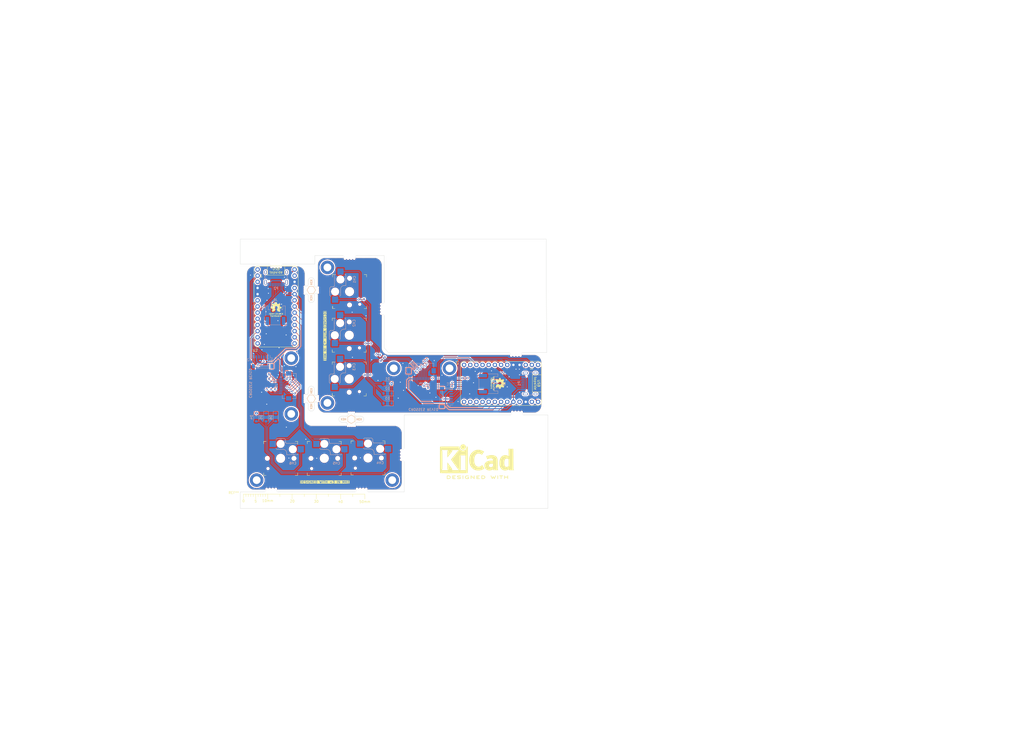
<source format=kicad_pcb>
(kicad_pcb (version 20240108) (generator "pcbnew") (generator_version "8.0")
  (title_block (title "Crosses-Thumbs") (date "2025-01-09") (rev "11") (company "Vincent Franco"))
  (layers (0 "F.Cu" signal) (31 "B.Cu" signal) (34 "B.Paste" user) (35 "F.Paste" user) (36 "B.SilkS" user "B.Silkscreen") (37 "F.SilkS" user "F.Silkscreen") (38 "B.Mask" user) (39 "F.Mask" user) (44 "Edge.Cuts" user))
  (net 0 "")
  (net 1 "GND")
  (net 2 "Net-(D4-A)")
  (net 3 "R-COL2")
  (net 4 "R-COL3")
  (net 5 "Net-(D5-A)")
  (net 6 "Net-(D6-A)")
  (net 7 "R-COL4")
  (net 8 "R-ROW3")
  (net 9 "R-VCC")
  (net 10 "R-MOSI")
  (net 11 "R-MISO")
  (net 12 "R-CS")
  (net 13 "R-SCK")
  (net 14 "R-COL0")
  (net 15 "R-ROW2")
  (net 16 "R-ROW0")
  (net 17 "R-COL1")
  (net 18 "R-ROW1")
  (net 19 "R-DATA")
  (net 29 "R-I2C SCL")
  (net 30 "R-I2C SDA")
  (net 31 "Net-(D1-A)")
  (net 32 "L-COL2")
  (net 33 "Net-(D2-A)")
  (net 34 "L-COL3")
  (net 35 "Net-(D3-A)")
  (net 36 "L-COL4")
  (net 37 "L-ROW3")
  (net 38 "L-CS")
  (net 39 "L-MOSI")
  (net 40 "L-MISO")
  (net 41 "L-VCC")
  (net 42 "L-SCK")
  (net 43 "L-ROW1")
  (net 44 "L-I2C SCL")
  (net 45 "L-COL0")
  (net 46 "L-I2C SDA")
  (net 47 "L-ROW0")
  (net 48 "L-ROW2")
  (net 49 "L-COL1")
  (net 53 "L-DATA")
  (net 58 "R-ROWH")
  (net 59 "R-COLP")
  (net 60 "L-COLP")
  (net 61 "L-ROWH")
  (net 62 "VBATTL")
  (net 63 "VBATTR")
  (footprint "MountingHole:MountingHole_3.2mm_M3_DIN965_Pad" (layer "F.Cu") (at 160.7 149.75 -90)
    (property "Reference" "H3" (hide yes))
    (property "Value" "MountingHole" (hide yes))
  )
  (footprint "PCM_marbastlib-various:mousebites_1mm" (layer "F.Cu") (at 164 185.5 180)
    (property "Reference" "REF**" (hide yes))
    (property "Value" "mousebites 1mm" (hide yes))
    (fp_arc (start 0 -2.75) (mid -0.5 -2.25) (end -1 -2.75) (stroke (width 0.05)) (layer "Edge.Cuts"))
    (fp_arc (start -1 2.75) (mid -0.5 2.25) (end 0 2.75) (stroke (width 0.05)) (layer "Edge.Cuts"))
  )
  (footprint "PCM_marbastlib-xp-promicroish:Helios_AH_USBup" (layer "F.Cu") (at 203.66868 155.956924 -90)
    (property "Reference" "U1")
    (property "Value" "supermini nrf / nice nano v2")
  )
  (footprint "PCM_marbastlib-various:mousebites_1mm" (layer "F.Cu") (at 110.25 199.75 90)
    (property "Reference" "REF**" (hide yes))
    (property "Value" "mousebites 1mm" (hide yes))
    (fp_arc (start 0 -2.75) (mid -0.5 -2.25) (end -1 -2.75) (stroke (width 0.05)) (layer "Edge.Cuts"))
    (fp_arc (start -1 2.75) (mid -0.5 2.25) (end 0 2.75) (stroke (width 0.05)) (layer "Edge.Cuts"))
  )
  (footprint "PCM_marbastlib-various:mousebites_5p5mm_easysnap" (layer "F.Cu") (at 143.25 168 90)
    (property "Reference" "MB5" (hide yes))
    (property "Value" "5.5mm" (hide yes))
    (fp_line (start -4.000001 -3.9) (end -4 -2.4) (stroke (width 0.1)) (layer "Edge.Cuts"))
    (fp_line (start -1.5 -2.03) (end -1.5 -3.9) (stroke (width 0.1)) (layer "Edge.Cuts"))
    (fp_line (start -4 2.4) (end -4.000001 3.9) (stroke (width 0.1)) (layer "Edge.Cuts"))
    (fp_line (start -1.5 3.9) (end -1.5 2.03) (stroke (width 0.1)) (layer "Edge.Cuts"))
    (fp_arc (start -4.000001 -3.9) (mid -2.750001 -5.150001) (end -1.5 -3.9) (stroke (width 0.1)) (layer "Edge.Cuts"))
    (fp_arc (start -4 -2.4) (mid -4.75 -1.65) (end -5.5 -2.4) (stroke (width 0.1)) (layer "Edge.Cuts"))
    (fp_arc (start 0 -2.03) (mid -0.75 -1.28) (end -1.5 -2.03) (stroke (width 0.1)) (layer "Edge.Cuts"))
    (fp_arc (start -1.5 2.03) (mid -0.75 1.28) (end 0 2.03) (stroke (width 0.1)) (layer "Edge.Cuts"))
    (fp_arc (start -5.5 2.4) (mid -4.75 1.65) (end -4 2.4) (stroke (width 0.1)) (layer "Edge.Cuts"))
    (fp_arc (start -1.5 3.9) (mid -2.750001 5.15) (end -4.000001 3.9) (stroke (width 0.1)) (layer "Edge.Cuts"))
  )
  (footprint "keyswitches:Kailh_socket_PG1350" (layer "F.Cu") (at 142.39868 136.116924 -90)
    (property "Reference" "CH2")
    (property "Value" "CPG135001S30")
  )
  (footprint "Symbol:OSHW-Logo_5.7x6mm_SilkScreen" (layer "F.Cu") (at 112.25 125.52)
    (property "Reference" "REF**" (hide yes))
    (property "Value" "OSHW-Logo_5.7x6mm_SilkScreen" (hide yes))
  )
  (footprint "keyswitches:Kailh_socket_PG1350" (layer "F.Cu") (at 142.51868 118.126924 -90)
    (property "Reference" "CH1")
    (property "Value" "CPG135001S30")
  )
  (footprint "PCM_marbastlib-various:mousebites_1mm" (layer "F.Cu") (at 155.77868 125.276924 180)
    (property "Reference" "REF**" (hide yes))
    (property "Value" "mousebites 1mm" (hide yes))
    (fp_arc (start 0 -2.75) (mid -0.5 -2.25) (end -1 -2.75) (stroke (width 0.05)) (layer "Edge.Cuts"))
    (fp_arc (start -1 2.75) (mid -0.5 2.25) (end 0 2.75) (stroke (width 0.05)) (layer "Edge.Cuts"))
  )
  (footprint "PCM_marbastlib-various:mousebites_5p5mm_easysnap" (layer "F.Cu") (at 129.5 162.25)
    (property "Reference" "MB5" (hide yes))
    (property "Value" "5.5mm" (hide yes))
    (fp_line (start -4 -3.9) (end -4 -2.4) (stroke (width 0.1)) (layer "Edge.Cuts"))
    (fp_line (start -4 2.4) (end -4 3.9) (stroke (width 0.1)) (layer "Edge.Cuts"))
    (fp_line (start -1.5 -2.03) (end -1.5 -3.9) (stroke (width 0.1)) (layer "Edge.Cuts"))
    (fp_line (start -1.5 3.9) (end -1.5 2.03) (stroke (width 0.1)) (layer "Edge.Cuts"))
    (fp_arc (start -5.5 2.4) (mid -4.75 1.65) (end -4 2.4) (stroke (width 0.1)) (layer "Edge.Cuts"))
    (fp_arc (start -4 -3.9) (mid -2.75 -5.15) (end -1.5 -3.9) (stroke (width 0.1)) (layer "Edge.Cuts"))
    (fp_arc (start -4 -2.4) (mid -4.75 -1.65) (end -5.5 -2.4) (stroke (width 0.1)) (layer "Edge.Cuts"))
    (fp_arc (start -1.5 2.03) (mid -0.75 1.28) (end 0 2.03) (stroke (width 0.1)) (layer "Edge.Cuts"))
    (fp_arc (start -1.5 3.9) (mid -2.75 5.15) (end -4 3.9) (stroke (width 0.1)) (layer "Edge.Cuts"))
    (fp_arc (start 0 -2.03) (mid -0.75 -1.28) (end -1.5 -2.03) (stroke (width 0.1)) (layer "Edge.Cuts"))
  )
  (footprint "PCM_marbastlib-various:mousebites_1mm" (layer "F.Cu") (at 211.02868 144.25 -90)
    (property "Reference" "REF**" (hide yes))
    (property "Value" "mousebites 1mm" (hide yes))
    (fp_arc (start -1 2.75) (mid -0.5 2.25) (end 0 2.75) (stroke (width 0.05)) (layer "Edge.Cuts"))
    (fp_arc (start 0 -2.75) (mid -0.5 -2.25) (end -1 -2.75) (stroke (width 0.05)) (layer "Edge.Cuts"))
  )
  (footprint "PCM_marbastlib-various:mousebites_1mm" (layer "F.Cu") (at 211.5 168 90)
    (property "Reference" "REF**" (hide yes))
    (property "Value" "mousebites 1mm" (hide yes))
    (fp_arc (start 0 -2.75) (mid -0.5 -2.25) (end -1 -2.75) (stroke (width 0.05)) (layer "Edge.Cuts"))
    (fp_arc (start -1 2.75) (mid -0.5 2.25) (end 0 2.75) (stroke (width 0.05)) (layer "Edge.Cuts"))
  )
  (footprint "PCM_marbastlib-various:mousebites_1mm" (layer "F.Cu") (at 147.5 199.75 90)
    (property "Reference" "REF**" (hide yes))
    (property "Value" "mousebites 1mm" (hide yes))
    (fp_arc (start 0 -2.75) (mid -0.5 -2.25) (end -1 -2.75) (stroke (width 0.05)) (layer "Edge.Cuts"))
    (fp_arc (start -1 2.75) (mid -0.5 2.25) (end 0 2.75) (stroke (width 0.05)) (layer "Edge.Cuts"))
  )
  (footprint "Symbol:KiCad-Logo2_12mm_SilkScreen" (layer "F.Cu") (at 195 187)
    (property "Reference" "REF**" (hide yes))
    (property "Value" "KiCad-Logo2_12mm_SilkScreen" (hide yes))
  )
  (footprint "Symbol:OSHW-Logo_5.7x6mm_SilkScreen" (layer "F.Cu") (at 203.66868 155.956924 -90)
    (property "Reference" "REF**" (hide yes))
    (property "Value" "OSHW-Logo_5.7x6mm_SilkScreen" (hide yes))
  )
  (footprint "keyswitches:Kailh_socket_PG1350" (layer "F.Cu") (at 150.121322 186.721321 180)
    (property "Reference" "CH4")
    (property "Value" "CPG135001S30")
  )
  (footprint "keyswitches:Kailh_socket_PG1350" (layer "F.Cu") (at 132.121319 186.871319 180)
    (property "Reference" "CH5")
    (property "Value" "CPG135001S30")
  )
  (footprint "MountingHole:MountingHole_3.2mm_M3_DIN965_Pad" (layer "F.Cu") (at 133.4 108.15 -90)
    (property "Reference" "H1" (hide yes))
    (property "Value" "MountingHole" (hide yes))
  )
  (footprint "Calibration_Scale:Gauge_50mm_Type1_SilkScreenTop" (layer "F.Cu") (at 98.83 201.65)
    (property "Reference" "REF**")
    (property "Value" "Gauge_50mm_Type1_SilkScreenTop")
  )
  (footprint "PCM_marbastlib-various:mousebites_1mm" (layer "F.Cu") (at 142.52868 104.276924 -90)
    (property "Reference" "REF**" (hide yes))
    (property "Value" "mousebites 1mm" (hide yes))
    (fp_arc (start -1 2.75) (mid -0.5 2.25) (end 0 2.75) (stroke (width 0.05)) (layer "Edge.Cuts"))
    (fp_arc (start 0 -2.75) (mid -0.5 -2.25) (end -1 -2.75) (stroke (width 0.05)) (layer "Edge.Cuts"))
  )
  (footprint "art-warning:gggw-logo" (layer "F.Cu") (at 174.9 126.7)
    (property "Reference" "G***" (hide yes))
    (property "Value" "LOGO" (hide yes))
  )
  (footprint "keyswitches:Kailh_socket_PG1350" (layer "F.Cu") (at 142.36868 154.126924 -90)
    (property "Reference" "CH3")
    (property "Value" "CPG135001S30")
  )
  (footprint "PCM_marbastlib-various:mousebites_5p5mm_easysnap" (layer "F.Cu") (at 129.5 117.5)
    (property "Reference" "MB5" (hide yes))
    (property "Value" "5.5mm" (hide yes))
    (fp_line (start -4 -3.9) (end -4 -2.4) (stroke (width 0.1)) (layer "Edge.Cuts"))
    (fp_line (start -4 2.4) (end -4 3.9) (stroke (width 0.1)) (layer "Edge.Cuts"))
    (fp_line (start -1.5 -2.03) (end -1.5 -3.9) (stroke (width 0.1)) (layer "Edge.Cuts"))
    (fp_line (start -1.5 3.9) (end -1.5 2.03) (stroke (width 0.1)) (layer "Edge.Cuts"))
    (fp_arc (start -5.5 2.4) (mid -4.75 1.65) (end -4 2.4) (stroke (width 0.1)) (layer "Edge.Cuts"))
    (fp_arc (start -4 -3.9) (mid -2.75 -5.15) (end -1.5 -3.9) (stroke (width 0.1)) (layer "Edge.Cuts"))
    (fp_arc (start -4 -2.4) (mid -4.75 -1.65) (end -5.5 -2.4) (stroke (width 0.1)) (layer "Edge.Cuts"))
    (fp_arc (start -1.5 2.03) (mid -0.75 1.28) (end 0 2.03) (stroke (width 0.1)) (layer "Edge.Cuts"))
    (fp_arc (start -1.5 3.9) (mid -2.75 5.15) (end -4 3.9) (stroke (width 0.1)) (layer "Edge.Cuts"))
    (fp_arc (start 0 -2.03) (mid -0.75 -1.28) (end -1.5 -2.03) (stroke (width 0.1)) (layer "Edge.Cuts"))
  )
  (footprint "PCM_marbastlib-xp-promicroish:Helios_AH_USBup" (layer "F.Cu") (at 112.25 125.52)
    (property "Reference" "U2")
    (property "Value" "supermini nrf / nice nano v2")
  )
  (footprint "MountingHole:MountingHole_3.2mm_M3_DIN965_Pad" (layer "F.Cu") (at 183.7 149.75 -90)
    (property "Reference" "H3" (hide yes))
    (property "Value" "MountingHole" (hide yes))
  )
  (footprint "MountingHole:MountingHole_3.2mm_M3_DIN965_Pad" (layer "F.Cu") (at 133.4 164 -90)
    (property "Reference" "H2" (hide yes))
    (property "Value" "MountingHole" (hide yes))
  )
  (footprint "keyswitches:Kailh_socket_PG1350" (layer "F.Cu") (at 114.121321 186.87132 180)
    (property "Reference" "CH6")
    (property "Value" "CPG135001S30")
  )
  (footprint "PCM_marbastlib-various:mousebites_1mm" (layer "F.Cu") (at 112.25 107.75 -90)
    (property "Reference" "REF**" (hide yes))
    (property "Value" "mousebites 1mm" (hide yes))
    (fp_arc (start -1 2.75) (mid -0.5 2.25) (end 0 2.75) (stroke (width 0.05)) (layer "Edge.Cuts"))
    (fp_arc (start 0 -2.75) (mid -0.5 -2.25) (end -1 -2.75) (stroke (width 0.05)) (layer "Edge.Cuts"))
  )
  (footprint "MountingHole:MountingHole_3.2mm_M3_DIN965_Pad" (layer "B.Cu") (at 118.5 168.55 180)
    (property "Reference" "H3" (hide yes))
    (property "Value" "MountingHole" (hide yes))
  )
  (footprint "Diode_SMD:D_SOD-123" (layer "B.Cu") (at 158.17868 164.176924 180)
    (property "Reference" "D3")
    (property "Value" "1N4148")
  )
  (footprint "Connector_JST:JST_PH_S2B-PH-SM4-TB_1x02-1MP_P2.00mm_Horizontal" (layer "B.Cu") (at 112 127.3 180)
    (property "Reference" "J6")
    (property "Value" "Conn_01x02_Socket")
  )
  (footprint "Diode_SMD:D_SOD-123" (layer "B.Cu") (at 104.1 169.95 -90)
    (property "Reference" "D4")
    (property "Value" "1N4148")
  )
  (footprint "PCM_marbastlib-various:USB_C_Receptacle_HRO_TYPE-C-31-M-12" (layer "B.Cu") (at 112.25 111.19)
    (property "Reference" "P2")
    (property "Value" "TYPE-C-31-M-12 USB")
  )
  (footprint "PCM_marbastlib-xp-various:SM06B-SRSS-TB(LF)(SN)" (layer "B.Cu") (at 106.7 147.6 180)
    (property "Reference" "J2")
    (property "Value" "SM06B-SRSS-TB(LF)(SN)")
  )
  (footprint "Diode_SMD:D_SOD-123" (layer "B.Cu") (at 158.17868 160.106924 180)
    (property "Reference" "D2")
    (property "Value" "1N4148")
  )
  (footprint "Diode_SMD:D_SOD-123" (layer "B.Cu") (at 112.1 169.95 -90)
    (property "Reference" "D6")
    (property "Value" "1N4148")
  )
  (footprint "PCM_marbastlib-xp-various:SM06B-SRSS-TB(LF)(SN)" (layer "B.Cu") (at 181.875 161.8 90)
    (property "Reference" "J1")
    (property "Value" "SM06B-SRSS-TB(LF)(SN)")
  )
  (footprint "MountingHole:MountingHole_3.2mm_M3_DIN965_Pad" (layer "B.Cu") (at 118.5 145.55 180)
    (property "Reference" "H3" (hide yes))
    (property "Value" "MountingHole" (hide yes))
  )
  (footprint "MountingHole:MountingHole_3.2mm_M3_DIN965_Pad" (layer "B.Cu") (at 104.25 195.85 180)
    (property "Reference" "H2" (hide yes))
    (property "Value" "MountingHole" (hide yes))
  )
  (footprint "Connector_FFC-FPC:Hirose_FH12-14S-0.5SH_1x14-1MP_P0.50mm_Horizontal" (layer "B.Cu") (at 172.020001 152.18)
    (property "Reference" "J4")
    (property "Value" "Conn_01x14_Pin")
  )
  (footprint "Connector_JST:JST_PH_S2B-PH-SM4-TB_1x02-1MP_P2.00mm_Horizontal" (layer "B.Cu") (at 200.35 156.1 90)
    (property "Reference" "J3")
    (property "Value" "Conn_01x02_Socket")
  )
  (footprint "Diode_SMD:D_SOD-123" (layer "B.Cu") (at 108.1 169.95 -90)
    (property "Reference" "D5")
    (property "Value" "1N4148")
  )
  (footprint "MountingHole:MountingHole_3.2mm_M3_DIN965_Pad" (layer "B.Cu") (at 160.1 195.85 180)
    (property "Reference" "H1" (hide yes))
    (property "Value" "MountingHole" (hide yes))
  )
  (footprint "Connector_FFC-FPC:Hirose_FH12-14S-0.5SH_1x14-1MP_P0.50mm_Horizontal" (layer "B.Cu") (at 116.05 157 -90)
    (property "Reference" "J5")
    (property "Value" "Conn_01x14_Pin")
  )
  (footprint "Diode_SMD:D_SOD-123" (layer "B.Cu") (at 158.17868 156.076924 180)
    (property "Reference" "D1")
    (property "Value" "1N4148")
  )
  (footprint "PCM_marbastlib-various:USB_C_Receptacle_HRO_TYPE-C-31-M-12" (layer "B.Cu") (at 218.06868 156.006924 -90)
    (property "Reference" "P1")
    (property "Value" "TYPE-C-31-M-12 USB")
  )
  (gr_line (start 165 169) (end 208.75 169) (stroke (width 0.1)) (layer "Edge.Cuts"))
  (gr_line (start 165 182.75) (end 165 169) (stroke (width 0.1)) (layer "Edge.Cuts"))
  (gr_line (start 124 159.85) (end 124 119.9) (stroke (width 0.1)) (layer "Edge.Cuts"))
  (gr_line (start 208.75 168) (end 145.28 168) (stroke (width 0.1)) (layer "Edge.Cuts"))
  (gr_line (start 103.25 107.75) (end 109.5 107.75) (stroke (width 0.1)) (layer "Edge.Cuts"))
  (gr_arc (start 218.5 144.25) (mid 220.62132 145.12868) (end 221.5 147.25) (stroke (width 0.1)) (layer "Edge.Cuts"))
  (gr_line (start 97.5 200.75) (end 107.5 200.75) (stroke (width 0.1)) (layer "Edge.Cuts"))
  (gr_line (start 97.5 207.5) (end 97.5 200.75) (stroke (width 0.1)) (layer "Edge.Cuts"))
  (gr_line (start 100.25 196.75) (end 100.25 110.75) (stroke (width 0.1)) (layer "Edge.Cuts"))
  (gr_arc (start 100.25 110.75) (mid 101.12868 108.62868) (end 103.25 107.75) (stroke (width 0.1)) (layer "Edge.Cuts"))
  (gr_line (start 155.75 141.25) (end 155.77868 128.026924) (stroke (width 0.1)) (layer "Edge.Cuts"))
  (gr_line (start 150.25 199.75) (end 161 199.75) (stroke (width 0.1)) (layer "Edge.Cuts"))
  (gr_line (start 213.77868 143.25) (end 223.75 143.25) (stroke (width 0.1)) (layer "Edge.Cuts"))
  (gr_line (start 139.77868 104.276924) (end 132.5 104.25) (stroke (width 0.1)) (layer "Edge.Cuts"))
  (gr_line (start 124 115.1) (end 124 110.75) (stroke (width 0.1)) (layer "Edge.Cuts"))
  (gr_line (start 213.77868 144.25) (end 218.5 144.25) (stroke (width 0.1)) (layer "Edge.Cuts"))
  (gr_line (start 156.75 103.25) (end 156.77868 122.526924) (stroke (width 0.1)) (layer "Edge.Cuts"))
  (gr_line (start 128.25 103.25) (end 139.77868 103.276924) (stroke (width 0.1)) (layer "Edge.Cuts"))
  (gr_line (start 158.5 143.25) (end 208.27868 143.25) (stroke (width 0.1)) (layer "Edge.Cuts"))
  (gr_line (start 218.5 168) (end 214.25 168) (stroke (width 0.1)) (layer "Edge.Cuts"))
  (gr_line (start 115 106.75) (end 128.25 106.75) (stroke (width 0.1)) (layer "Edge.Cuts"))
  (gr_arc (start 158.75 144.25) (mid 156.62868 143.37132) (end 155.75 141.25) (stroke (width 0.1)) (layer "Edge.Cuts"))
  (gr_line (start 223.5 96.5) (end 97.5 96.5) (stroke (width 0.1)) (layer "Edge.Cuts"))
  (gr_line (start 156.77868 128.026924) (end 156.75 141.25) (stroke (width 0.1)) (layer "Edge.Cuts"))
  (gr_line (start 156.75 141.25) (end 158.5 143.25) (stroke (width 0.1)) (layer "Edge.Cuts"))
  (gr_line (start 103.25 199.75) (end 107.5 199.75) (stroke (width 0.1)) (layer "Edge.Cuts"))
  (gr_line (start 129.5 115.47) (end 129.499999 107.25) (stroke (width 0.1)) (layer "Edge.Cuts"))
  (gr_arc (start 161 173.5) (mid 163.12132 174.37868) (end 164 176.5) (stroke (width 0.1)) (layer "Edge.Cuts"))
  (gr_line (start 113 199.75) (end 144.75 199.75) (stroke (width 0.1)) (layer "Edge.Cuts"))
  (gr_line (start 145.27868 104.276924) (end 152.75 104.250001) (stroke (width 0.1)) (layer "Edge.Cuts"))
  (gr_line (start 150.25 200.75) (end 165 200.75) (stroke (width 0.1)) (layer "Edge.Cuts"))
  (gr_line (start 158.75 144.25) (end 208.27868 144.25) (stroke (width 0.1)) (layer "Edge.Cuts"))
  (gr_line (start 214.25 169) (end 224.25 169) (stroke (width 0.1)) (layer "Edge.Cuts"))
  (gr_line (start 224.25 207.5) (end 97.5 207.5) (stroke (width 0.1)) (layer "Edge.Cuts"))
  (gr_line (start 140.85 173.5) (end 127 173.5) (stroke (width 0.1)) (layer "Edge.Cuts"))
  (gr_line (start 164 188.25) (end 164 196.75) (stroke (width 0.1)) (layer "Edge.Cuts"))
  (gr_line (start 223.75 143.25) (end 223.5 96.5) (stroke (width 0.1)) (layer "Edge.Cuts"))
  (gr_line (start 128.25 106.75) (end 128.25 103.25) (stroke (width 0.1)) (layer "Edge.Cuts"))
  (gr_line (start 165 200.75) (end 165 188.25) (stroke (width 0.1)) (layer "Edge.Cuts"))
  (gr_arc (start 221.5 165) (mid 220.62132 167.12132) (end 218.5 168) (stroke (width 0.1)) (layer "Edge.Cuts"))
  (gr_line (start 224.25 169) (end 224.25 207.5) (stroke (width 0.1)) (layer "Edge.Cuts"))
  (gr_line (start 97.5 106.75) (end 109.5 106.75) (stroke (width 0.1)) (layer "Edge.Cuts"))
  (gr_line (start 145.27868 103.276924) (end 156.75 103.25) (stroke (width 0.1)) (layer "Edge.Cuts"))
  (gr_line (start 164 182.75) (end 164 176.5) (stroke (width 0.1)) (layer "Edge.Cuts"))
  (gr_arc (start 127 173.5) (mid 124.87868 172.62132) (end 124 170.5) (stroke (width 0.1)) (layer "Edge.Cuts"))
  (gr_arc (start 132.5 168) (mid 130.37868 167.12132) (end 129.5 165) (stroke (width 0.1)) (layer "Edge.Cuts"))
  (gr_line (start 221.5 165) (end 221.5 147.25) (stroke (width 0.1)) (layer "Edge.Cuts"))
  (gr_line (start 155.749999 107.25) (end 155.77868 122.526924) (stroke (width 0.1)) (layer "Edge.Cuts"))
  (gr_arc (start 129.499999 107.25) (mid 130.378679 105.128679) (end 132.5 104.25) (stroke (width 0.1)) (layer "Edge.Cuts"))
  (gr_line (start 115 107.75) (end 121 107.75) (stroke (width 0.1)) (layer "Edge.Cuts"))
  (gr_line (start 97.5 96.5) (end 97.5 106.75) (stroke (width 0.1)) (layer "Edge.Cuts"))
  (gr_line (start 144.75 200.75) (end 113 200.75) (stroke (width 0.1)) (layer "Edge.Cuts"))
  (gr_line (start 129.5 165) (end 129.5 164.28) (stroke (width 0.1)) (layer "Edge.Cuts"))
  (gr_line (start 129.5 160.22) (end 129.5 119.53) (stroke (width 0.1)) (layer "Edge.Cuts"))
  (gr_arc (start 152.75 104.250001) (mid 154.871319 105.128681) (end 155.749999 107.25) (stroke (width 0.1)) (layer "Edge.Cuts"))
  (gr_arc (start 164 196.75) (mid 163.12132 198.87132) (end 161 199.75) (stroke (width 0.1)) (layer "Edge.Cuts"))
  (gr_line (start 161 173.5) (end 145.65 173.5) (stroke (width 0.1)) (layer "Edge.Cuts"))
  (gr_line (start 132.5 168) (end 141.22 168) (stroke (width 0.1)) (layer "Edge.Cuts"))
  (gr_arc (start 103.25 199.75) (mid 101.12868 198.87132) (end 100.25 196.75) (stroke (width 0.1)) (layer "Edge.Cuts"))
  (gr_arc (start 121 107.75) (mid 123.12132 108.62868) (end 124 110.75) (stroke (width 0.1)) (layer "Edge.Cuts"))
  (gr_line (start 124 164.65) (end 124 170.5) (stroke (width 0.1)) (layer "Edge.Cuts"))
  (gr_text "CROSSES REV10" (at 101.08 162.12 270) (layer "B.SilkS") (effects (font (size 1 1)) (justify left bottom mirror)))
  (gr_text "CROSSES REV10" (at 166.72 166.1 180) (layer "B.SilkS") (effects (font (size 1 1)) (justify left bottom mirror)))
  (gr_text "DESIGNED WITH <3 IN MKE" (at 131.75 126 -90) (layer "F.SilkS" knockout) (effects (font (size 1 1)) (justify left bottom)))
  (gr_text "DESIGNED WITH <3 IN MKE" (at 121.92382 197.25 0) (layer "F.SilkS" knockout) (effects (font (size 1 1)) (justify left bottom)))
  (segment (start 113 125.8) (end 113 124.45) (width 0.4064) (layer "F.Cu") (net 1))
  (segment (start 208.275853 153.224147) (end 208.275853 153.324147) (width 0.4064) (layer "F.Cu") (net 1))
  (segment (start 108.5 125) (end 110.5 127) (width 0.4064) (layer "F.Cu") (net 1))
  (segment (start 110.5 127) (end 111.8 127) (width 0.4064) (layer "F.Cu") (net 1))
  (segment (start 108.5 121.7) (end 108.5 125) (width 0.4064) (layer "F.Cu") (net 1))
  (segment (start 208.275853 153.324147) (end 207.1 154.5) (width 0.4064) (layer "F.Cu") (net 1))
  (segment (start 111.8 127) (end 113 125.8) (width 0.4064) (layer "F.Cu") (net 1))
  (via (at 143.7 145.2) (size 0.8) (drill 0.4) (layers "F.Cu" "B.Cu") (net 1))
  (via (at 143.6 126.6) (size 0.8) (drill 0.4) (layers "F.Cu" "B.Cu") (net 1))
  (via (at 106.3 159.6) (size 0.8) (drill 0.4) (layers "F.Cu" "B.Cu") (net 1))
  (via (at 113 124.45) (size 0.8) (drill 0.4) (layers "F.Cu" "B.Cu") (net 1))
  (via (at 211.1 150.1) (size 0.8) (drill 0.4) (layers "F.Cu" "B.Cu") (net 1))
  (via (at 120.43 149.05) (size 0.8) (drill 0.4) (layers "F.Cu" "B.Cu") (net 1))
  (via (at 115.7 112.2) (size 0.8) (drill 0.4) (layers "F.Cu" "B.Cu") (net 1))
  (via (at 105.7 146.56) (size 0.8) (drill 0.4) (layers "F.Cu" "B.Cu") (net 1))
  (via (at 192 160.3) (size 0.8) (drill 0.4) (layers "F.Cu" "B.Cu") (net 1))
  (via (at 108.63 146.47) (size 0.8) (drill 0.4) (layers "F.Cu" "B.Cu") (net 1))
  (via (at 115.68 148.66) (size 0.8) (drill 0.4) (layers "F.Cu" "B.Cu") (net 1))
  (via (at 116.4 136) (size 0.8) (drill 0.4) (layers "F.Cu" "B.Cu") (net 1))
  (via (at 201 150.8) (size 0.8) (drill 0.4) (layers "F.Cu" "B.Cu") (net 1))
  (via (at 116.48 174.01) (size 0.8) (drill 0.4) (layers "F.Cu" "B.Cu") (net 1))
  (via (at 170.8 156.86) (size 0.8) (drill 0.4) (layers "F.Cu" "B.Cu") (net 1))
  (via (at 129 186.85) (size 0.8) (drill 0.4) (layers "F.Cu" "B.Cu") (net 1))
  (via (at 149.3 128.1) (size 0.8) (drill 0.4) (layers "F.Cu" "B.Cu") (net 1))
  (via (at 151.62 146.2) (size 0.8) (drill 0.4) (layers "F.Cu" "B.Cu") (net 1))
  (via (at 113.19 152.37) (size 0.8) (drill 0.4) (layers "F.Cu" "B.Cu") (net 1))
  (via (at 164.5 147.75) (size 0.8) (drill 0.4) (layers "F.Cu" "B.Cu") (net 1))
  (via (at 178.1 161.7) (size 0.8) (drill 0.4) (layers "F.Cu" "B.Cu") (net 1))
  (via (at 106.4 142.1) (size 0.8) (drill 0.4) (layers "F.Cu" "B.Cu") (net 1))
  (via (at 177.41 146.54) (size 0.8) (drill 0.4) (layers "F.Cu" "B.Cu") (net 1))
  (via (at 108.080025 126.419975) (size 0.8) (drill 0.4) (layers "F.Cu" "B.Cu") (net 1))
  (via (at 147 186.65) (size 0.8) (drill 0.4) (layers "F.Cu" "B.Cu") (net 1))
  (via (at 164.76 158.85) (size 0.8) (drill 0.4) (layers "F.Cu" "B.Cu") (net 1))
  (via (at 121.13 143.07) (size 0.8) (drill 0.4) (layers "F.Cu" "B.Cu") (net 1))
  (via (at 116.15 116.34) (size 0.8) (drill 0.4) (layers "F.Cu" "B.Cu") (net 1))
  (via (at 109.1 118.8) (size 0.8) (drill 0.4) (layers "F.Cu" "B.Cu") (net 1))
  (via (at 112.76 153.39) (size 0.8) (drill 0.4) (layers "F.Cu" "B.Cu") (net 1))
  (via (at 212.53 152.42) (size 0.8) (drill 0.4) (layers "F.Cu" "B.Cu") (net 1))
  (via (at 102.9 143.67) (size 0.8) (drill 0.4) (layers "F.Cu" "B.Cu") (net 1))
  (via (at 207.5 157.4) (size 0.8) (drill 0.4) (layers "F.Cu" "B.Cu") (net 1))
  (via (at 117.5 186.75) (size 0.8) (drill 0.4) (layers "F.Cu" "B.Cu") (net 1))
  (via (at 180.6 152.6) (size 0.8) (drill 0.4) (layers "F.Cu" "B.Cu") (net 1))
  (via (at 162.58 162.04) (size 0.8) (drill 0.4) (layers "F.Cu" "B.Cu") (net 1))
  (via (at 108.5 121.7) (size 0.8) (drill 0.4) (layers "F.Cu" "B.Cu") (net 1))
  (via (at 113.9 127.3) (size 0.8) (drill 0.4) (layers "F.Cu" "B.Cu") (net 1))
  (via (at 212.5 150.1) (size 0.8) (drill 0.4) (layers "F.Cu" "B.Cu") (net 1))
  (via (at 115.63 154.07) (size 0.8) (drill 0.4) (layers "F.Cu" "B.Cu") (net 1))
  (via (at 113 130.1) (size 0.8) (drill 0.4) (layers "F.Cu" "B.Cu") (net 1))
  (via (at 212.59 159.62) (size 0.8) (drill 0.4) (layers "F.Cu" "B.Cu") (net 1))
  (via (at 101.71 111.32) (size 0.8) (drill 0.4) (layers "F.Cu" "B.Cu") (net 1))
  (via (at 119.4 152.69) (size 0.8) (drill 0.4) (layers "F.Cu" "B.Cu") (net 1))
  (via (at 208.275853 153.224147) (size 0.8) (drill 0.4) (layers "F.Cu" "B.Cu") (net 1))
  (via (at 109.02 116.86) (size 0.8) (drill 0.4) (layers "F.Cu" "B.Cu") (net 1))
  (via (at 169.27 152.65) (size 0.8) (drill 0.4) (layers "F.Cu" "B.Cu") (net 1))
  (via (at 154.25 154.75) (size 0.8) (drill 0.4) (layers "F.Cu" "B.Cu") (net 1))
  (via (at 114.5 123.3) (size 0.8) (drill 0.4) (layers "F.Cu" "B.Cu") (net 1))
  (via (at 107.4 139.9) (size 0.8) (drill 0.4) (layers "F.Cu" "B.Cu") (net 1))
  (via (at 163.44 155.45) (size 0.8) (drill 0.4) (layers "F.Cu" "B.Cu") (net 1))
  (via (at 175.6 159.9) (size 0.8) (drill 0.4) (layers "F.Cu" "B.Cu") (net 1))
  (via (at 113.48 141.26) (size 0.8) (drill 0.4) (layers "F.Cu" "B.Cu") (net 1))
  (via (at 108.2 135.5) (size 0.8) (drill 0.4) (layers "F.Cu" "B.Cu") (net 1))
  (via (at 194.3 151) (size 0.8) (drill 0.4) (layers "F.Cu" "B.Cu") (net 1))
  (via (at 108.4 164.55) (size 0.8) (drill 0.4) (layers "F.Cu" "B.Cu") (net 1))
  (via (at 193.6 155.7) (size 0.8) (drill 0.4) (layers "F.Cu" "B.Cu") (net 1))
  (via (at 187.23 163.44) (size 0.8) (drill 0.4) (layers "F.Cu" "B.Cu") (net 1))
  (via (at 124.5 179) (size 0.8) (drill 0.4) (layers "F.Cu" "B.Cu") (net 1))
  (via (at 207.1 154.5) (size 0.8) (drill 0.4) (layers "F.Cu" "B.Cu") (net 1))
  (segment (start 115.5 115.69) (end 116.15 116.34) (width 0.4064) (layer "B.Cu") (net 1))
  (segment (start 204.5 157.1) (end 203.2 157.1) (width 0.4064) (layer "B.Cu") (net 1))
  (segment (start 207.1 154.5) (end 204.5 157.1) (width 0.4064) (layer "B.Cu") (net 1))
  (segment (start 104.63 116.63) (end 104.83 116.63) (width 0.4064) (layer "B.Cu") (net 1))
  (segment (start 214.02368 152.756924) (end 212.866924 152.756924) (width 0.4064) (layer "B.Cu") (net 1))
  (segment (start 109 116.84) (end 109.02 116.86) (width 0.4064) (layer "B.Cu") (net 1))
  (segment (start 108.5 120.3) (end 108.5 121.7) (width 0.4064) (layer "B.Cu") (net 1))
  (segment (start 115.63 154.07) (end 115.279999 154.07) (width 0.2) (layer "B.Cu") (net 1))
  (segment (start 169.27 152.65) (end 169.270001 152.650001) (width 0.2) (layer "B.Cu") (net 1))
  (segment (start 104.83 116.63) (end 108.5 120.3) (width 0.4064) (layer "B.Cu") (net 1))
  (segment (start 115.099999 154.25) (end 114.2 154.25) (width 0.2) (layer "B.Cu") (net 1))
  (segment (start 210.01868 148.336924) (end 210.01868 151.48132) (width 0.4064) (layer "B.Cu") (net 1))
  (segment (start 170.8 156.86) (end 169.270001 155.330001) (width 0.2) (layer "B.Cu") (net 1))
  (segment (start 115.279999 154.07) (end 115.099999 154.25) (width 0.2) (layer "B.Cu") (net 1))
  (segment (start 112.76 153.39) (end 112.76 153.710001) (width 0.2) (layer "B.Cu") (net 1))
  (segment (start 212.953076 159.256924) (end 212.59 159.62) (width 0.4064) (layer "B.Cu") (net 1))
  (segment (start 169.270001 155.330001) (end 169.270001 154.03) (width 0.2) (layer "B.Cu") (net 1))
  (segment (start 210.01868 151.48132) (end 208.275853 153.224147) (width 0.4064) (layer "B.Cu") (net 1))
  (segment (start 214.02368 159.256924) (end 212.953076 159.256924) (width 0.4064) (layer "B.Cu") (net 1))
  (segment (start 113.299999 154.25) (end 114.2 154.25) (width 0.2) (layer "B.Cu") (net 1))
  (segment (start 212.866924 152.756924) (end 212.53 152.42) (width 0.4064) (layer "B.Cu") (net 1))
  (segment (start 169.270001 152.650001) (end 169.270001 154.03) (width 0.2) (layer "B.Cu") (net 1))
  (segment (start 109 115.235) (end 109 116.84) (width 0.4064) (layer "B.Cu") (net 1))
  (segment (start 112.76 153.710001) (end 113.299999 154.25) (width 0.2) (layer "B.Cu") (net 1))
  (segment (start 115.5 115.235) (end 115.5 115.69) (width 0.4064) (layer "B.Cu") (net 1))
  (segment (start 108 184.05) (end 110.2 186.25) (width 0.2) (layer "B.Cu") (net 2))
  (segment (start 108 174.100001) (end 108 184.05) (width 0.2) (layer "B.Cu") (net 2))
  (segment (start 110.2 188.85) (end 114.5 193.15) (width 0.2) (layer "B.Cu") (net 2))
  (segment (start 110.2 186.25) (end 110.2 188.85) (width 0.2) (layer "B.Cu") (net 2))
  (segment (start 104.1 171.6) (end 105.499999 171.6) (width 0.2) (layer "B.Cu") (net 2))
  (segment (start 114.5 193.15) (end 156.4 193.15) (width 0.2) (layer "B.Cu") (net 2))
  (segment (start 158.396322 191.153678) (end 158.396322 182.971321) (width 0.2) (layer "B.Cu") (net 2))
  (segment (start 156.4 193.15) (end 158.396322 191.153678) (width 0.2) (layer "B.Cu") (net 2))
  (segment (start 105.499999 171.6) (end 108 174.100001) (width 0.2) (layer "B.Cu") (net 2))
  (segment (start 115.74 140.98) (end 118.38 140.98) (width 0.2) (layer "F.Cu") (net 3))
  (segment (start 112.41 144.31) (end 115.74 140.98) (width 0.2) (layer "F.Cu") (net 3))
  (segment (start 116.77 154.07) (end 116.78 154.08) (width 0.2) (layer "F.Cu") (net 3))
  (segment (start 116.18 151.01) (end 114.528628 151.01) (width 0.2) (layer "F.Cu") (net 3))
  (segment (start 118.38 140.98) (end 119.87 139.49) (width 0.2) (layer "F.Cu") (net 3))
  (segment (start 116.77 151.6) (end 116.77 154.07) (width 0.2) (layer "F.Cu") (net 3))
  (segment (start 116.77 151.6) (end 116.18 151.01) (width 0.2) (layer "F.Cu") (net 3))
  (segment (start 114.528628 151.01) (end 112.41 148.891372) (width 0.2) (layer "F.Cu") (net 3))
  (segment (start 112.41 148.891372) (end 112.41 144.31) (width 0.2) (layer "F.Cu") (net 3))
  (via (at 116.78 154.08) (size 0.8) (drill 0.4) (layers "F.Cu" "B.Cu") (net 3))
  (segment (start 117.5 153.36) (end 118.68 153.36) (width 0.2) (layer "B.Cu") (net 3))
  (segment (start 122.084975 165.079289) (end 123.02 166.014314) (width 0.2) (layer "B.Cu") (net 3))
  (segment (start 123.02 174.529314) (end 126.550686 178.06) (width 0.2) (layer "B.Cu") (net 3))
  (segment (start 144.135001 178.06) (end 146.846322 180.771321) (width 0.2) (layer "B.Cu") (net 3))
  (segment (start 115.100001 155.75) (end 114.2 155.75) (width 0.2) (layer "B.Cu") (net 3))
  (segment (start 118.68 153.36) (end 122.084975 156.764975) (width 0.2) (layer "B.Cu") (net 3))
  (segment (start 116.78 154.08) (end 116.770001 154.08) (width 0.2) (layer "B.Cu") (net 3))
  (segment (start 123.02 166.014314) (end 123.02 174.529314) (width 0.2) (layer "B.Cu") (net 3))
  (segment (start 122.084975 156.764975) (end 122.084975 165.079289) (width 0.2) (layer "B.Cu") (net 3))
  (segment (start 116.78 154.08) (end 117.5 153.36) (width 0.2) (layer "B.Cu") (net 3))
  (segment (start 116.770001 154.08) (end 115.100001 155.75) (width 0.2) (layer "B.Cu") (net 3))
  (segment (start 126.550686 178.06) (end 144.135001 178.06) (width 0.2) (layer "B.Cu") (net 3))
  (segment (start 116.95 150.61) (end 114.694314 150.61) (width 0.2) (layer "F.Cu") (net 4))
  (segment (start 114.694314 150.61) (end 112.81 148.725686) (width 0.2) (layer "F.Cu") (net 4))
  (segment (start 121.37 138.45) (end 119.87 136.95) (width 0.2) (layer "F.Cu") (net 4))
  (segment (start 121.37 140.21) (end 121.37 138.45) (width 0.2) (layer "F.Cu") (net 4))
  (segment (start 116.08 141.38) (end 120.2 141.38) (width 0.2) (layer "F.Cu") (net 4))
  (segment (start 118.06 151.72) (end 116.95 150.61) (width 0.2) (layer "F.Cu") (net 4))
  (segment (start 112.81 144.65) (end 116.08 141.38) (width 0.2) (layer "F.Cu") (net 4))
  (segment (start 120.2 141.38) (end 121.37 140.21) (width 0.2) (layer "F.Cu") (net 4))
  (segment (start 118.06 154.16) (end 118.06 151.72) (width 0.2) (layer "F.Cu") (net 4))
  (segment (start 112.81 148.725686) (end 112.81 144.65) (width 0.2) (layer "F.Cu") (net 4))
  (via (at 118.06 154.16) (size 0.8) (drill 0.4) (layers "F.Cu" "B.Cu") (net 4))
  (segment (start 115.970001 156.249999) (end 114.2 156.249999) (width 0.2) (layer "B.Cu") (net 4))
  (segment (start 118.06 154.16) (end 115.970001 156.249999) (width 0.2) (layer "B.Cu") (net 4))
  (segment (start 122.62 166.18) (end 122.62 174.695) (width 0.2) (layer "B.Cu") (net 4))
  (segment (start 121.684975 157.784975) (end 121.684975 165.244975) (width 0.2) (layer "B.Cu") (net 4))
  (segment (start 118.06 154.16) (end 121.684975 157.784975) (width 0.2) (layer "B.Cu") (net 4))
  (segment (start 121.684975 165.244975) (end 122.62 166.18) (width 0.2) (layer "B.Cu") (net 4))
  (segment (start 122.62 174.695) (end 128.846319 180.921319) (width 0.2) (layer "B.Cu") (net 4))
  (segment (start 140.396319 190.253681) (end 137.9 192.75) (width 0.2) (layer "B.Cu") (net 5))
  (segment (start 114.665686 192.75) (end 110.6 188.684314) (width 0.2) (layer "B.Cu") (net 5))
  (segment (start 108.4 173.934315) (end 108.1 173.634315) (width 0.2) (layer "B.Cu") (net 5))
  (segment (start 137.9 192.75) (end 114.665686 192.75) (width 0.2) (layer "B.Cu") (net 5))
  (segment (start 108.1 173.634315) (end 108.1 171.6) (width 0.2) (layer "B.Cu") (net 5))
  (segment (start 110.6 188.684314) (end 110.6 186.084314) (width 0.2) (layer "B.Cu") (net 5))
  (segment (start 108.4 183.884314) (end 108.4 173.934315) (width 0.2) (layer "B.Cu") (net 5))
  (segment (start 140.396319 183.121319) (end 140.396319 190.253681) (width 0.2) (layer "B.Cu") (net 5))
  (segment (start 110.6 186.084314) (end 108.4 183.884314) (width 0.2) (layer "B.Cu") (net 5))
  (segment (start 108.8 173.875) (end 111.075 171.6) (width 0.2) (layer "B.Cu") (net 6))
  (segment (start 122.396321 183.12132) (end 122.396321 189.753679) (width 0.2) (layer "B.Cu") (net 6))
  (segment (start 119.8 192.35) (end 114.831372 192.35) (width 0.2) (layer "B.Cu") (net 6))
  (segment (start 108.8 183.718628) (end 108.8 173.875) (width 0.2) (layer "B.Cu") (net 6))
  (segment (start 111.075 171.6) (end 112.1 171.6) (width 0.2) (layer "B.Cu") (net 6))
  (segment (start 111 188.518628) (end 111 185.918628) (width 0.2) (layer "B.Cu") (net 6))
  (segment (start 111 185.918628) (end 108.8 183.718628) (width 0.2) (layer "B.Cu") (net 6))
  (segment (start 122.396321 189.753679) (end 119.8 192.35) (width 0.2) (layer "B.Cu") (net 6))
  (segment (start 114.831372 192.35) (end 111 188.518628) (width 0.2) (layer "B.Cu") (net 6))
  (segment (start 120.53 141.78) (end 121.77 140.54) (width 0.2) (layer "F.Cu") (net 7))
  (segment (start 119.29 155.5) (end 120.41 154.38) (width 0.2) (layer "F.Cu") (net 7))
  (segment (start 113.26 144.85) (end 116.33 141.78) (width 0.2) (layer "F.Cu") (net 7))
  (segment (start 113.26 148.61) (end 113.26 144.85) (width 0.2) (layer "F.Cu") (net 7))
  (segment (start 114.86 150.21) (end 113.26 148.61) (width 0.2) (layer "F.Cu") (net 7))
  (segment (start 118.25 155.5) (end 119.29 155.5) (width 0.2) (layer "F.Cu") (net 7))
  (segment (start 120.41 154.38) (end 120.41 151.975686) (width 0.2) (layer "F.Cu") (net 7))
  (segment (start 116.33 141.78) (end 120.53 141.78) (width 0.2) (layer "F.Cu") (net 7))
  (segment (start 121.77 140.54) (end 121.77 136.31) (width 0.2) (layer "F.Cu") (net 7))
  (segment (start 121.77 136.31) (end 119.87 134.41) (width 0.2) (layer "F.Cu") (net 7))
  (segment (start 118.644314 150.21) (end 114.86 150.21) (width 0.2) (layer "F.Cu") (net 7))
  (segment (start 120.41 151.975686) (end 118.644314 150.21) (width 0.2) (layer "F.Cu") (net 7))
  (via (at 118.25 155.5) (size 0.8) (drill 0.4) (layers "F.Cu" "B.Cu") (net 7))
  (segment (start 121.24 159.33) (end 121.24 165.38) (width 0.2) (layer "B.Cu") (net 7))
  (segment (start 117.132359 178.767641) (end 113 178.767641) (width 0.2) (layer "B.Cu") (net 7))
  (segment (start 121.24 165.38) (end 122.22 166.36) (width 0.2) (layer "B.Cu") (net 7))
  (segment (start 118.25 155.5) (end 117 156.75) (width 0.2) (layer "B.Cu") (net 7))
  (segment (start 118.25 155.5) (end 118.25 156.34) (width 0.2) (layer "B.Cu") (net 7))
  (segment (start 122.22 166.36) (end 122.22 173.68) (width 0.2) (layer "B.Cu") (net 7))
  (segment (start 113 178.767641) (end 110.846321 180.92132) (width 0.2) (layer "B.Cu") (net 7))
  (segment (start 122.22 173.68) (end 117.132359 178.767641) (width 0.2) (layer "B.Cu") (net 7))
  (segment (start 117 156.75) (end 114.2 156.75) (width 0.2) (layer "B.Cu") (net 7))
  (segment (start 118.25 156.34) (end 121.24 159.33) (width 0.2) (layer "B.Cu") (net 7))
  (segment (start 104.1 168.3) (end 104.1 149.6) (width 0.2) (layer "F.Cu") (net 8))
  (segment (start 101.7 137.34) (end 104.63 134.41) (width 0.2) (layer "F.Cu") (net 8))
  (segment (start 101.7 147.2) (end 101.7 137.34) (width 0.2) (layer "F.Cu") (net 8))
  (segment (start 104.1 149.6) (end 101.7 147.2) (width 0.2) (layer "F.Cu") (net 8))
  (via (at 104.1 168.3) (size 0.8) (drill 0.4) (layers "F.Cu" "B.Cu") (net 8))
  (segment (start 104.1 168.3) (end 108.1 168.3) (width 0.2) (layer "B.Cu") (net 8))
  (segment (start 108.1 168.3) (end 112.1 168.3) (width 0.2) (layer "B.Cu") (net 8))
  (segment (start 114.7 117.43) (end 116.44 119.17) (width 0.4064) (layer "B.Cu") (net 9))
  (segment (start 113.125 145.125) (end 110.97 147.28) (width 0.4064) (layer "B.Cu") (net 9))
  (segment (start 119.87 119.17) (end 122 121.3) (width 0.4064) (layer "B.Cu") (net 9))
  (segment (start 116.44 119.17) (end 119.87 119.17) (width 0.4064) (layer "B.Cu") (net 9))
  (segment (start 116.32 141.93) (end 113.125 145.125) (width 0.4064) (layer "B.Cu") (net 9))
  (segment (start 109.8 115.235) (end 109.8 114.37983) (width 0.4064) (layer "B.Cu") (net 9))
  (segment (start 108.69 147.28) (end 108.1868 147.7832) (width 0.4064) (layer "B.Cu") (net 9))
  (segment (start 114.199999 153.57) (end 114.199999 153.75) (width 0.2) (layer "B.Cu") (net 9))
  (segment (start 106.442697 147.64) (end 105.05 147.64) (width 0.4064) (layer "B.Cu") (net 9))
  (segment (start 104.2 146.79) (end 104.2 145.1) (width 0.4064) (layer "B.Cu") (net 9))
  (segment (start 109.8 114.37983) (end 110.52983 113.65) (width 0.4064) (layer "B.Cu") (net 9))
  (segment (start 120.62 141.93) (end 116.32 141.93) (width 0.4064) (layer "B.Cu") (net 9))
  (segment (start 114.2 146.2) (end 113.125 145.125) (width 0.4064) (layer "B.Cu") (net 9))
  (segment (start 122 121.3) (end 122 140.55) (width 0.4064) (layer "B.Cu") (net 9))
  (segment (start 110.52983 113.65) (end 113.97017 113.65) (width 0.4064) (layer "B.Cu") (net 9))
  (segment (start 113.97017 113.65) (end 114.7 114.37983) (width 0.4064) (layer "B.Cu") (net 9))
  (segment (start 114.7 114.37983) (end 114.7 115.235) (width 0.4064) (layer "B.Cu") (net 9))
  (segment (start 114.199999 153.57) (end 114.199999 153.439999) (width 0.4064) (layer "B.Cu") (net 9))
  (segment (start 105.05 147.64) (end 104.2 146.79) (width 0.4064) (layer "B.Cu") (net 9))
  (segment (start 108.1868 147.7832) (end 106.585897 147.7832) (width 0.4064) (layer "B.Cu") (net 9))
  (segment (start 114.199999 153.57) (end 114.2 153.569999) (width 0.4064) (layer "B.Cu") (net 9))
  (segment (start 110.97 147.28) (end 108.69 147.28) (width 0.4064) (layer "B.Cu") (net 9))
  (segment (start 114.7 115.235) (end 114.7 117.43) (width 0.4064) (layer "B.Cu") (net 9))
  (segment (start 106.585897 147.7832) (end 106.442697 147.64) (width 0.4064) (layer "B.Cu") (net 9))
  (segment (start 114.2 153.569999) (end 114.2 146.2) (width 0.4064) (layer "B.Cu") (net 9))
  (segment (start 122 140.55) (end 120.62 141.93) (width 0.4064) (layer "B.Cu") (net 9))
  (segment (start 102.8 126.08) (end 102.8 140.799999) (width 0.2) (layer "B.Cu") (net 10))
  (segment (start 104.63 124.25) (end 102.8 126.08) (width 0.2) (layer "B.Cu") (net 10))
  (segment (start 102.8 140.799999) (end 106.200001 144.2) (width 0.2) (layer "B.Cu") (net 10))
  (segment (start 106.200001 144.2) (end 106.200001 145.1) (width 0.2) (layer "B.Cu") (net 10))
  (segment (start 104.92 148.45) (end 105.81 148.45) (width 0.2) (layer "F.Cu") (net 11))
  (segment (start 107.2 147.06) (end 107.2 146.98) (width 0.2) (layer "F.Cu") (net 11))
  (segment (start 105.81 148.45) (end 107.2 147.06) (width 0.2) (layer "F.Cu") (net 11))
  (via (at 104.92 148.45) (size 0.8) (drill 0.4) (layers "F.Cu" "B.Cu") (net 11))
  (via (at 107.2 146.98) (size 0.8) (drill 0.4) (layers "F.Cu" "B.Cu") (net 11))
  (segment (start 107.199999 146.979999) (end 107.199999 145.1) (width 0.2) (layer "B.Cu") (net 11))
  (segment (start 107.2 146.98) (end 107.199999 146.979999) (width 0.2) (layer "B.Cu") (net 11))
  (segment (start 104.85 148.45) (end 102 145.6) (width 0.2) (layer "B.Cu") (net 11))
  (segment (start 104.92 148.45) (end 104.85 148.45) (width 0.2) (layer "B.Cu") (net 11))
  (segment (start 102 114.18) (end 104.63 111.55) (width 0.2) (layer "B.Cu") (net 11))
  (segment (start 102 145.6) (end 102 114.18) (width 0.2) (layer "B.Cu") (net 11))
  (segment (start 106.7 143.8) (end 107.8 143.8) (width 0.2) (layer "B.Cu") (net 12))
  (segment (start 104.63 131.87) (end 103.2 133.3) (width 0.2) (layer "B.Cu") (net 12))
  (segment (start 103.2 140.3) (end 106.7 143.8) (width 0.2) (layer "B.Cu") (net 12))
  (segment (start 108.2 144.2) (end 108.2 145.1) (width 0.2) (layer "B.Cu") (net 12))
  (segment (start 103.2 133.3) (end 103.2 140.3) (width 0.2) (layer "B.Cu") (net 12))
  (segment (start 107.8 143.8) (end 108.2 144.2) (width 0.2) (layer "B.Cu") (net 12))
  (segment (start 104.63 121.71) (end 102.4 123.94) (width 0.2) (layer "B.Cu") (net 13))
  (segment (start 105.2 144.5) (end 105.2 145.1) (width 0.2) (layer "B.Cu") (net 13))
  (segment (start 102.4 141.7) (end 105.2 144.5) (width 0.2) (layer "B.Cu") (net 13))
  (segment (start 102.4 123.94) (end 102.4 141.7) (width 0.2) (layer "B.Cu") (net 13))
  (segment (start 121.32 155.61) (end 121.32 149.81) (width 0.2) (layer "F.Cu") (net 14))
  (segment (start 121.32 149.81) (end 122.01 149.12) (width 0.2) (layer "F.Cu") (net 14))
  (segment (start 117.9 158.43) (end 117.91 158.42) (width 0.2) (layer "F.Cu") (net 14))
  (segment (start 117.91 158.42) (end 118.51 158.42) (width 0.2) (layer "F.Cu") (net 14))
  (segment (start 122.01 141.431371) (end 122.57 140.871371) (width 0.2) (layer "F.Cu") (net 14))
  (segment (start 122.57 132.03) (end 119.87 129.33) (width 0.2) (layer "F.Cu") (net 14))
  (segment (start 122.57 140.871371) (end 122.57 132.03) (width 0.2) (layer "F.Cu") (net 14))
  (segment (start 118.51 158.42) (end 121.32 155.61) (width 0.2) (layer "F.Cu") (net 14))
  (segment (start 122.01 149.12) (end 122.01 141.431371) (width 0.2) (layer "F.Cu") (net 14))
  (via (at 117.9 158.43) (size 0.8) (drill 0.4) (layers "F.Cu" "B.Cu") (net 14))
  (segment (start 117.9 158.43) (end 116.525025 158.43) (width 0.2) (layer "B.Cu") (net 14))
  (segment (start 116.525025 158.43) (end 115.845026 157.750001) (width 0.2) (layer "B.Cu") (net 14))
  (segment (start 115.845026 157.750001) (end 114.2 157.750001) (width 0.2) (layer "B.Cu") (net 14))
  (segment (start 117.34 124.24) (end 119.87 121.71) (width 0.2) (layer "F.Cu") (net 15))
  (segment (start 111.835 158.405) (end 111.8 158.37) (width 0.2) (layer "F.Cu") (net 15))
  (segment (start 111.8 136.3) (end 117.34 130.76) (width 0.2) (layer "F.Cu") (net 15))
  (segment (start 111.8 158.37) (end 111.8 136.3) (width 0.2) (layer "F.Cu") (net 15))
  (segment (start 117.34 130.76) (end 117.34 124.24) (width 0.2) (layer "F.Cu") (net 15))
  (via (at 111.835 158.405) (size 0.8) (drill 0.4) (layers "F.Cu" "B.Cu") (net 15))
  (segment (start 112.68 159.25) (end 114.2 159.25) (width 0.2) (layer "B.Cu") (net 15))
  (segment (start 111.835 158.405) (end 112.68 159.25) (width 0.2) (layer "B.Cu") (net 15))
  (segment (start 121.72 150.06) (end 122.47 149.31) (width 0.2) (layer "F.Cu") (net 16))
  (segment (start 118.86 159.27) (end 118.94 159.27) (width 0.2) (layer "F.Cu") (net 16))
  (segment (start 123.01 140.997057) (end 123.01 129.93) (width 0.2) (layer "F.Cu") (net 16))
  (segment (start 122.47 149.31) (end 122.47 141.537057) (width 0.2) (layer "F.Cu") (net 16))
  (segment (start 123.01 129.93) (end 119.87 126.79) (width 0.2) (layer "F.Cu") (net 16))
  (segment (start 118.94 159.27) (end 121.72 156.49) (width 0.2) (layer "F.Cu") (net 16))
  (segment (start 122.47 141.537057) (end 123.01 140.997057) (width 0.2) (layer "F.Cu") (net 16))
  (segment (start 121.72 156.49) (end 121.72 150.06) (width 0.2) (layer "F.Cu") (net 16))
  (via (at 118.86 159.27) (size 0.8) (drill 0.4) (layers "F.Cu" "B.Cu") (net 16))
  (segment (start 115.7 158.25) (end 114.2 158.25) (width 0.2) (layer "B.Cu") (net 16))
  (segment (start 118.86 159.27) (end 116.72 159.27) (width 0.2) (layer "B.Cu") (net 16))
  (segment (start 116.72 159.27) (end 115.7 158.25) (width 0.2) (layer "B.Cu") (net 16))
  (segment (start 116.607058 142.18) (end 120.695686 142.18) (width 0.2) (layer "F.Cu") (net 17))
  (segment (start 122.17 134.17) (end 119.87 131.87) (width 0.2) (layer "F.Cu") (net 17))
  (segment (start 120.762843 142.112843) (end 122.17 140.705685) (width 0.2) (layer "F.Cu") (net 17))
  (segment (start 122.17 140.705685) (end 122.17 134.17) (width 0.2) (layer "F.Cu") (net 17))
  (segment (start 115.025686 149.81) (end 113.66 148.444314) (width 0.2) (layer "F.Cu") (net 17))
  (segment (start 113.66 145.127058) (end 116.607058 142.18) (width 0.2) (layer "F.Cu") (net 17))
  (segment (start 120.695686 142.18) (end 120.762843 142.112843) (width 0.2) (layer "F.Cu") (net 17))
  (segment (start 120.92 154.76) (end 120.92 151.92) (width 0.2) (layer "F.Cu") (net 17))
  (segment (start 118.1 157.58) (end 120.92 154.76) (width 0.2) (layer "F.Cu") (net 17))
  (segment (start 116.93 157.58) (end 118.1 157.58) (width 0.2) (layer "F.Cu") (net 17))
  (segment (start 113.66 148.444314) (end 113.66 145.127058) (width 0.2) (layer "F.Cu") (net 17))
  (segment (start 118.81 149.81) (end 115.025686 149.81) (width 0.2) (layer "F.Cu") (net 17))
  (segment (start 120.92 151.92) (end 118.81 149.81) (width 0.2) (layer "F.Cu") (net 17))
  (via (at 116.93 157.58) (size 0.8) (drill 0.4) (layers "F.Cu" "B.Cu") (net 17))
  (segment (start 116.6 157.25) (end 114.2 157.25) (width 0.2) (layer "B.Cu") (net 17))
  (segment (start 116.93 157.58) (end 116.6 157.25) (width 0.2) (layer "B.Cu") (net 17))
  (segment (start 122.92 149.425686) (end 122.92 141.652743) (width 0.2) (layer "F.Cu") (net 18))
  (segment (start 122.92 141.652743) (end 123.41 141.162743) (width 0.2) (layer "F.Cu") (net 18))
  (segment (start 119.97 160.14) (end 122.12 157.99) (width 0.2) (layer "F.Cu") (net 18))
  (segment (start 122.12 157.99) (end 122.12 150.225686) (width 0.2) (layer "F.Cu") (net 18))
  (segment (start 123.41 141.162743) (end 123.41 127.79) (width 0.2) (layer "F.Cu") (net 18))
  (segment (start 122.12 150.225686) (end 122.92 149.425686) (width 0.2) (layer "F.Cu") (net 18))
  (segment (start 123.41 127.79) (end 119.87 124.25) (width 0.2) (layer "F.Cu") (net 18))
  (via (at 119.97 160.14) (size 0.8) (drill 0.4) (layers "F.Cu" "B.Cu") (net 18))
  (segment (start 119.97 160.14) (end 116.94 160.14) (width 0.2) (layer "B.Cu") (net 18))
  (segment (start 116.94 160.14) (end 115.549999 158.749999) (width 0.2) (layer "B.Cu") (net 18))
  (segment (start 115.549999 158.749999) (end 114.2 158.749999) (width 0.2) (layer "B.Cu") (net 18))
  (segment (start 114 117.42) (end 113 118.42) (width 0.2) (layer "B.Cu") (net 19))
  (segment (start 113 118.42) (end 112 119.42) (width 0.2) (layer "B.Cu") (net 19))
  (segment (start 113 115.235) (end 113 118.42) (width 0.2) (layer "B.Cu") (net 19))
  (segment (start 111 120.42) (end 111 115.235) (width 0.2) (layer "B.Cu") (net 19))
  (segment (start 104.63 126.79) (end 111 120.42) (width 0.2) (layer "B.Cu") (net 19))
  (segment (start 112 115.235) (end 112 119.42) (width 0.2) (layer "B.Cu") (net 19))
  (segment (start 114 115.235) (end 114 117.42) (width 0.2) (layer "B.Cu") (net 19))
  (segment (start 112 119.42) (end 111 120.42) (width 0.2) (layer "B.Cu") (net 19))
  (segment (start 105.11995 139.49) (end 104.63 139.49) (width 0.2) (layer "F.Cu") (net 29))
  (segment (start 109.33 146.75995) (end 109.33 143.70005) (width 0.2) (layer "F.Cu") (net 29))
  (segment (start 109.3 146.78995) (end 109.33 146.75995) (width 0.2) (layer "F.Cu") (net 29))
  (segment (start 109.33 143.70005) (end 105.11995 139.49) (width 0.2) (layer "F.Cu") (net 29))
  (segment (start 109.3 152.2) (end 109.3 146.78995) (width 0.2) (layer "F.Cu") (net 29))
  (via (at 109.3 152.2) (size 0.8) (drill 0.4) (layers "F.Cu" "B.Cu") (net 29))
  (segment (start 109.3 152.2) (end 111.85 154.75) (width 0.2) (layer "B.Cu") (net 29))
  (segment (start 111.85 154.75) (end 114.2 154.75) (width 0.2) (layer "B.Cu") (net 29))
  (segment (start 109.3 153.98995) (end 110.1 153.18995) (width 0.2) (layer "F.Cu") (net 30))
  (segment (start 109.3 154.1) (end 109.3 153.98995) (width 0.2) (layer "F.Cu") (net 30))
  (segment (start 110.1 153.18995) (end 110.1 140.9) (width 0.2) (layer "F.Cu") (net 30))
  (segment (start 106.15 136.95) (end 104.63 136.95) (width 0.2) (layer "F.Cu") (net 30))
  (segment (start 110.1 140.9) (end 106.15 136.95) (width 0.2) (layer "F.Cu") (net 30))
  (via (at 109.3 154.1) (size 0.8) (drill 0.4) (layers "F.Cu" "B.Cu") (net 30))
  (segment (start 109.3 154.1) (end 109.3 154.200002) (width 0.2) (layer "B.Cu") (net 30))
  (segment (start 109.3 154.200002) (end 110.349999 155.250001) (width 0.2) (layer "B.Cu") (net 30))
  (segment (start 110.349999 155.250001) (end 114.2 155.250001) (width 0.2) (layer "B.Cu") (net 30))
  (segment (start 150.37868 153.611238) (end 150.37868 124.47868) (width 0.2) (layer "B.Cu") (net 31))
  (segment (start 150.37868 124.47868) (end 146.9 121) (width 0.2) (layer "B.Cu") (net 31))
  (segment (start 146.9 110.351924) (end 146.4 109.851924) (width 0.2) (layer "B.Cu") (net 31))
  (segment (start 146.4 109.851924) (end 138.76868 109.851924) (width 0.2) (layer "B.Cu") (net 31))
  (segment (start 152.844366 156.076924) (end 150.37868 153.611238) (width 0.2) (layer "B.Cu") (net 31))
  (segment (start 156.52868 156.076924) (end 152.844366 156.076924) (width 0.2) (layer "B.Cu") (net 31))
  (segment (start 146.9 121) (end 146.9 110.351924) (width 0.2) (layer "B.Cu") (net 31))
  (segment (start 167.88 155.16) (end 177.23 164.51) (width 0.2) (layer "F.Cu") (net 32))
  (segment (start 177.23 164.51) (end 188.765604 164.51) (width 0.2) (layer "F.Cu") (net 32))
  (segment (start 148.325575 121.364425) (end 148.48 121.21) (width 0.2) (layer "F.Cu") (net 32))
  (segment (start 188.765604 164.51) (end 189.69868 163.576924) (width 0.2) (layer "F.Cu") (net 32))
  (segment (start 170.15 151.23) (end 168.795488 151.23) (width 0.2) (layer "F.Cu") (net 32))
  (segment (start 168.795488 151.23) (end 167.88 152.145488) (width 0.2) (layer "F.Cu") (net 32))
  (segment (start 146.302342 121.364425) (end 148.325575 121.364425) (width 0.2) (layer "F.Cu") (net 32))
  (segment (start 167.88 152.145488) (end 167.88 155.16) (width 0.2) (layer "F.Cu") (net 32))
  (via (at 148.48 121.21) (size 0.8) (drill 0.4) (layers "F.Cu" "B.Cu") (net 32))
  (via (at 170.15 151.23) (size 0.8) (drill 0.4) (layers "F.Cu" "B.Cu") (net 32))
  (via (at 146.302342 121.364425) (size 0.8) (drill 0.4) (layers "F.Cu" "B.Cu") (net 32))
  (segment (start 169.11 150.19) (end 169.11 148.935686) (width 0.2) (layer "B.Cu") (net 32))
  (segment (start 170.15 151.23) (end 170.770001 151.850001) (width 0.2) (layer "B.Cu") (net 32))
  (segment (start 156.16 146.39) (end 154.34 144.57) (width 0.2) (layer "B.Cu") (net 32))
  (segment (start 150.83 138.06005) (end 150.83 123.56) (width 0.2) (layer "B.Cu") (net 32))
  (segment (start 146.264843 121.401924) (end 146.302342 121.364425) (width 0.2) (layer "B.Cu") (net 32))
  (segment (start 169.11 148.935686) (end 166.564314 146.39) (width 0.2) (layer "B.Cu") (net 32))
  (segment (start 166.564314 146.39) (end 156.16 146.39) (width 0.2) (layer "B.Cu") (net 32))
  (segment (start 170.15 151.23) (end 169.11 150.19) (width 0.2) (layer "B.Cu") (net 32))
  (segment (start 136.56868 121.401924) (end 146.264843 121.401924) (width 0.2) (layer "B.Cu") (net 32))
  (segment (start 154.34 141.57005) (end 150.83 138.06005) (width 0.2) (layer "B.Cu") (net 32))
  (segment (start 154.34 144.57) (end 154.34 141.57005) (width 0.2) (layer "B.Cu") (net 32))
  (segment (start 170.770001 151.850001) (end 170.770001 154.03) (width 0.2) (layer "B.Cu") (net 32))
  (segment (start 150.83 123.56) (end 148.48 121.21) (width 0.2) (layer "B.Cu") (net 32))
  (segment (start 147.34368 127.841924) (end 149.97868 130.476924) (width 0.2) (layer "B.Cu") (net 33))
  (segment (start 156.30868 160.106924) (end 156.52868 160.106924) (width 0.2) (layer "B.Cu") (net 33))
  (segment (start 138.64868 127.841924) (end 147.34368 127.841924) (width 0.2) (layer "B.Cu") (net 33))
  (segment (start 149.97868 153.776924) (end 156.30868 160.106924) (width 0.2) (layer "B.Cu") (net 33))
  (segment (start 149.97868 130.476924) (end 149.97868 153.776924) (width 0.2) (layer "B.Cu") (net 33))
  (segment (start 149.22 139.49) (end 151.27 139.49) (width 0.2) (layer "F.Cu") (net 34))
  (segment (start 169.57144 149.888362) (end 167.48 151.979802) (width 0.2) (layer "F.Cu") (net 34))
  (segment (start 153.75 144.13) (end 153.64 144.02) (width 0.2) (layer "F.Cu") (net 34))
  (segment (start 155.04 144.13) (end 153.75 144.13) (width 0.2) (layer "F.Cu") (net 34))
  (segment (start 190.905604 164.91) (end 192.23868 163.576924) (width 0.2) (layer "F.Cu") (net 34))
  (segment (start 177.064314 164.91) (end 190.905604 164.91) (width 0.2) (layer "F.Cu") (net 34))
  (segment (start 170.204098 149.888362) (end 169.57144 149.888362) (width 0.2) (layer "F.Cu") (net 34))
  (segment (start 167.48 155.325686) (end 177.064314 164.91) (width 0.2) (layer "F.Cu") (net 34))
  (segment (start 167.48 151.979802) (end 167.48 155.325686) (width 0.2) (layer "F.Cu") (net 34))
  (via (at 151.27 139.49) (size 0.8) (drill 0.4) (layers "F.Cu" "B.Cu") (net 34))
  (via (at 155.04 144.13) (size 0.8) (drill 0.4) (layers "F.Cu" "B.Cu") (net 34))
  (via (at 149.22 139.49) (size 0.8) (drill 0.4) (layers "F.Cu" "B.Cu") (net 34))
  (via (at 170.204098 149.888362) (size 0.8) (drill 0.4) (layers "F.Cu" "B.Cu") (net 34))
  (via (at 153.64 144.02) (size 0.8) (drill 0.4) (layers "F.Cu" "B.Cu") (net 34))
  (segment (start 166.73 145.99) (end 156.92 145.99) (width 0.2) (layer "B.Cu") (net 34))
  (segment (start 156.92 145.99) (end 155.06 144.13) (width 0.2) (layer "B.Cu") (net 34))
  (segment (start 136.44868 139.391924) (end 149.121924 139.391924) (width 0.2) (layer "B.Cu") (net 34))
  (segment (start 169.51 148.77) (end 169.275685 148.535686) (width 0.2) (layer "B.Cu") (net 34))
  (segment (start 170.204098 149.779178) (end 169.51 149.08508) (width 0.2) (layer "B.Cu") (net 34))
  (segment (start 153.64 141.86) (end 151.27 139.49) (width 0.2) (layer "B.Cu") (net 34))
  (segment (start 149.121924 139.391924) (end 149.22 139.49) (width 0.2) (layer "B.Cu") (net 34))
  (segment (start 155.06 144.13) (end 155.04 144.13) (width 0.2) (layer "B.Cu") (net 34))
  (segment (start 171.27 150.954264) (end 171.27 154.03) (width 0.2) (layer "B.Cu") (net 34))
  (segment (start 169.275685 148.535686) (end 166.73 145.99) (width 0.2) (layer "B.Cu") (net 34))
  (segment (start 153.64 144.02) (end 153.64 141.86) (width 0.2) (layer "B.Cu") (net 34))
  (segment (start 169.51 149.08508) (end 169.51 148.77) (width 0.2) (layer "B.Cu") (net 34))
  (segment (start 170.204098 149.888362) (end 171.27 150.954264) (width 0.2) (layer "B.Cu") (net 34))
  (segment (start 170.204098 149.888362) (end 170.204098 149.779178) (width 0.2) (layer "B.Cu") (net 34))
  (segment (start 149.57868 153.94261) (end 152.77868 157.14261) (width 0.2) (layer "B.Cu") (net 35))
  (segment (start 148.101756 146.6) (end 149.57868 148.076924) (width 0.2) (layer "B.Cu") (net 35))
  (segment (start 152.77868 160.426924) (end 156.52868 164.176924) (width 0.2) (layer "B.Cu") (net 35))
  (segment (start 149.57868 148.076924) (end 149.57868 153.94261) (width 0.2) (layer "B.Cu") (net 35))
  (segment (start 138.61868 145.851924) (end 139.366756 146.6) (width 0.2) (layer "B.Cu") (net 35))
  (segment (start 152.77868 157.14261) (end 152.77868 160.426924) (width 0.2) (layer "B.Cu") (net 35))
  (segment (start 139.366756 146.6) (end 148.101756 146.6) (width 0.2) (layer "B.Cu") (net 35))
  (segment (start 151.14 152.5) (end 151.16 152.48) (width 0.2) (layer "F.Cu") (net 36))
  (segment (start 167.08 155.491372) (end 176.898628 165.31) (width 0.2) (layer "F.Cu") (net 36))
  (segment (start 171.45 149.91) (end 170.71 149.17) (width 0.2) (layer "F.Cu") (net 36))
  (segment (start 176.898628 165.31) (end 193.045604 165.31) (width 0.2) (layer "F.Cu") (net 36))
  (segment (start 157.009975 145.090025) (end 155.41 146.69) (width 0.2) (layer "F.Cu") (net 36))
  (segment (start 148.75 152.5) (end 151.14 152.5) (width 0.2) (layer "F.Cu") (net 36))
  (segment (start 193.045604 165.31) (end 194.77868 163.576924) (width 0.2) (layer "F.Cu") (net 36))
  (segment (start 167.08 151.814116) (end 167.08 155.491372) (width 0.2) (layer "F.Cu") (net 36))
  (segment (start 170.71 149.17) (end 169.724116 149.17) (width 0.2) (layer "F.Cu") (net 36))
  (segment (start 169.724116 149.17) (end 167.08 151.814116) (width 0.2) (layer "F.Cu") (net 36))
  (via (at 151.16 152.48) (size 0.8) (drill 0.4) (layers "F.Cu" "B.Cu") (net 36))
  (via (at 148.75 152.5) (size 0.8) (drill 0.4) (layers "F.Cu" "B.Cu") (net 36))
  (via (at 155.41 146.69) (size 0.8) (drill 0.4) (layers "F.Cu" "B.Cu") (net 36))
  (via (at 171.45 149.91) (size 0.8) (drill 0.4) (layers "F.Cu" "B.Cu") (net 36))
  (via (at 157.009975 145.090025) (size 0.8) (drill 0.4) (layers "F.Cu" "B.Cu") (net 36))
  (segment (start 152.6 146.69) (end 151.16 148.13) (width 0.2) (layer "B.Cu") (net 36))
  (segment (start 136.41868 157.401924) (end 143.848076 157.401924) (width 0.2) (layer "B.Cu") (net 36))
  (segment (start 171.215686 149.91) (end 166.895686 145.59) (width 0.2) (layer "B.Cu") (net 36))
  (segment (start 171.45 149.91) (end 171.770001 150.230001) (width 0.2) (layer "B.Cu") (net 36))
  (segment (start 171.45 149.91) (end 171.215686 149.91) (width 0.2) (layer "B.Cu") (net 36))
  (segment (start 166.895686 145.59) (end 157.50995 145.59) (width 0.2) (layer "B.Cu") (net 36))
  (segment (start 171.770001 150.230001) (end 171.770001 154.03) (width 0.2) (layer "B.Cu") (net 36))
  (segment (start 151.16 148.13) (end 151.16 152.48) (width 0.2) (layer "B.Cu") (net 36))
  (segment (start 143.848076 157.401924) (end 148.75 152.5) (width 0.2) (layer "B.Cu") (net 36))
  (segment (start 157.50995 145.59) (end 157.009975 145.090025) (width 0.2) (layer "B.Cu") (net 36))
  (segment (start 155.41 146.69) (end 152.6 146.69) (width 0.2) (layer "B.Cu") (net 36))
  (segment (start 191.781756 145.34) (end 170.16 145.34) (width 0.2) (layer "F.Cu") (net 37))
  (segment (start 194.77868 148.336924) (end 191.781756 145.34) (width 0.2) (layer "F.Cu") (net 37))
  (segment (start 159.82868 155.67132) (end 159.82868 156.076924) (width 0.2) (layer "F.Cu") (net 37))
  (segment (start 170.16 145.34) (end 159.82868 155.67132) (width 0.2) (layer "F.Cu") (net 37))
  (via (at 159.82868 156.076924) (size 0.8) (drill 0.4) (layers "F.Cu" "B.Cu") (net 37))
  (segment (start 159.82868 156.076924) (end 159.82868 160.106924) (width 0.2) (layer "B.Cu") (net 37))
  (segment (start 159.82868 164.176924) (end 159.82868 160.106924) (width 0.2) (layer "B.Cu") (net 37))
  (segment (start 184.96 163.3) (end 184.375 163.3) (width 0.2) (layer "B.Cu") (net 38))
  (segment (start 188.14 147.67) (end 188.14 160.12) (width 0.2) (layer "B.Cu") (net 38))
  (segment (start 197.31868 148.336924) (end 195.821756 146.84) (width 0.2) (layer "B.Cu") (net 38))
  (segment (start 188.14 160.12) (end 184.96 163.3) (width 0.2) (layer "B.Cu") (net 38))
  (segment (start 188.97 146.84) (end 188.14 147.67) (width 0.2) (layer "B.Cu") (net 38))
  (segment (start 195.821756 146.84) (end 188.97 146.84) (width 0.2) (layer "B.Cu") (net 38))
  (segment (start 187.74 158.94) (end 185.379999 161.300001) (width 0.2) (layer "B.Cu") (net 39))
  (segment (start 204.93868 148.336924) (end 203.041756 146.44) (width 0.2) (layer "B.Cu") (net 39))
  (segment (start 188.804314 146.44) (end 187.74 147.504314) (width 0.2) (layer "B.Cu") (net 39))
  (segment (start 185.379999 161.300001) (end 184.375 161.300001) (width 0.2) (layer "B.Cu") (net 39))
  (segment (start 203.041756 146.44) (end 188.804314 146.44) (width 0.2) (layer "B.Cu") (net 39))
  (segment (start 187.74 147.504314) (end 187.74 158.94) (width 0.2) (layer "B.Cu") (net 39))
  (segment (start 182.8532 162.34) (end 182.9032 162.39) (width 0.2) (layer "F.Cu") (net 40))
  (segment (start 181.26 162.34) (end 182.8532 162.34) (width 0.2) (layer "F.Cu") (net 40))
  (via (at 181.26 162.34) (size 0.8) (drill 0.4) (layers "F.Cu" "B.Cu") (net 40))
  (via (at 182.9032 162.39) (size 0.8) (drill 0.4) (layers "F.Cu" "B.Cu") (net 40))
  (segment (start 179.1 160.18) (end 179.1 147.7) (width 0.2) (layer "B.Cu") (net 40))
  (segment (start 181.69 145.11) (end 186.58 145.11) (width 0.2) (layer "B.Cu") (net 40))
  (segment (start 187.11 145.64) (end 207.37 145.64) (width 0.2) (layer "B.Cu") (net 40))
  (segment (start 215.391756 146.09) (end 217.63868 148.336924) (width 0.2) (layer "B.Cu") (net 40))
  (segment (start 179.1 147.7) (end 181.69 145.11) (width 0.2) (layer "B.Cu") (net 40))
  (segment (start 186.58 145.11) (end 187.11 145.64) (width 0.2) (layer "B.Cu") (net 40))
  (segment (start 184.284999 162.39) (end 184.375 162.299999) (width 0.2) (layer "B.Cu") (net 40))
  (segment (start 207.37 145.64) (end 207.82 146.09) (width 0.2) (layer "B.Cu") (net 40))
  (segment (start 207.82 146.09) (end 215.391756 146.09) (width 0.2) (layer "B.Cu") (net 40))
  (segment (start 181.26 162.34) (end 179.1 160.18) (width 0.2) (layer "B.Cu") (net 40))
  (segment (start 182.9032 162.39) (end 184.284999 162.39) (width 0.2) (layer "B.Cu") (net 40))
  (segment (start 168.710002 154.09) (end 168.716801 154.083201) (width 0.4064) (layer "B.Cu") (net 41))
  (segment (start 215.29868 153.976754) (end 215.29868 158.037094) (width 0.4064) (layer "B.Cu") (net 41))
  (segment (start 214.02368 153.556923) (end 214.878849 153.556923) (width 0.4064) (layer "B.Cu") (net 41))
  (segment (start 210.01868 160.31132) (end 211.873075 158.456925) (width 0.4064) (layer "B.Cu") (net 41))
  (segment (start 182.1 164.9) (end 182.1 163.83) (width 0.4064) (layer "B.Cu") (net 41))
  (segment (start 215.29868 158.037094) (end 214.878849 158.456925) (width 0.4064) (layer "B.Cu") (net 41))
  (segment (start 182.1 160.7686) (end 183.5686 159.3) (width 0.4064) (layer "B.Cu") (net 41))
  (segment (start 183.5686 159.3) (end 184.375 159.3) (width 0.4064) (layer "B.Cu") (net 41))
  (segment (start 214.878849 158.456925) (end 214.02368 158.456925) (width 0.4064) (layer "B.Cu") (net 41))
  (segment (start 171.77 163.83) (end 166.46 158.52) (width 0.4064) (layer "B.Cu") (net 41))
  (segment (start 210.01868 163.576924) (end 207.18868 166.406924) (width 0.4064) (layer "B.Cu") (net 41))
  (segment (start 167.13 154.09) (end 168.710002 154.09) (width 0.4064) (layer "B.Cu") (net 41))
  (segment (start 166.46 158.52) (end 166.46 154.76) (width 0.4064) (layer "B.Cu") (net 41))
  (segment (start 183.606924 166.406924) (end 182.1 164.9) (width 0.4064) (layer "B.Cu") (net 41))
  (segment (start 210.01868 163.576924) (end 210.01868 160.31132) (width 0.4064) (layer "B.Cu") (net 41))
  (segment (start 168.716801 154.083201) (end 168.716801 154.030001) (width 0.4064) (layer "B.Cu") (net 41))
  (segment (start 207.18868 166.406924) (end 183.606924 166.406924) (width 0.4064) (layer "B.Cu") (net 41))
  (segment (start 214.878849 153.556923) (end 215.29868 153.976754) (width 0.4064) (layer "B.Cu") (net 41))
  (segment (start 182.1 163.83) (end 171.77 163.83) (width 0.4064) (layer "B.Cu") (net 41))
  (segment (start 166.46 154.76) (end 167.13 154.09) (width 0.4064) (layer "B.Cu") (net 41))
  (segment (start 182.1 163.83) (end 182.1 160.7686) (width 0.4064) (layer "B.Cu") (net 41))
  (segment (start 211.873075 158.456925) (end 214.02368 158.456925) (width 0.4064) (layer "B.Cu") (net 41))
  (segment (start 187.34 147.338628) (end 187.34 158.14) (width 0.2) (layer "B.Cu") (net 42))
  (segment (start 188.638628 146.04) (end 187.34 147.338628) (width 0.2) (layer "B.Cu") (net 42))
  (segment (start 207.47868 148.336924) (end 205.181756 146.04) (width 0.2) (layer "B.Cu") (net 42))
  (segment (start 187.34 158.14) (end 185.18 160.3) (width 0.2) (layer "B.Cu") (net 42))
  (segment (start 185.18 160.3) (end 184.375 160.3) (width 0.2) (layer "B.Cu") (net 42))
  (segment (start 205.181756 146.04) (end 188.638628 146.04) (width 0.2) (layer "B.Cu") (net 42))
  (segment (start 201.605604 166.91) (end 204.93868 163.576924) (width 0.2) (layer "F.Cu") (net 43))
  (segment (start 173.37 146.85) (end 169.781372 146.85) (width 0.2) (layer "F.Cu") (net 43))
  (segment (start 176.235884 166.91) (end 201.605604 166.91) (width 0.2) (layer "F.Cu") (net 43))
  (segment (start 169.781372 146.85) (end 165.48 151.151372) (width 0.2) (layer "F.Cu") (net 43))
  (segment (start 165.48 151.151372) (end 165.48 156.154116) (width 0.2) (layer "F.Cu") (net 43))
  (segment (start 165.48 156.154116) (end 176.235884 166.91) (width 0.2) (layer "F.Cu") (net 43))
  (via (at 173.37 146.85) (size 0.8) (drill 0.4) (layers "F.Cu" "B.Cu") (net 43))
  (segment (start 173.77 150.71) (end 173.77 154.03) (width 0.2) (layer "B.Cu") (net 43))
  (segment (start 174.4 146.85) (end 175.39 147.84) (width 0.2) (layer "B.Cu") (net 43))
  (segment (start 175.39 149.09) (end 173.77 150.71) (width 0.2) (layer "B.Cu") (net 43))
  (segment (start 173.37 146.85) (end 174.4 146.85) (width 0.2) (layer "B.Cu") (net 43))
  (segment (start 175.39 147.84) (end 175.39 149.09) (width 0.2) (layer "B.Cu") (net 43))
  (segment (start 189.69868 154.90132) (end 189.69868 148.336924) (width 0.2) (layer "F.Cu") (net 44))
  (segment (start 184.8 155.7) (end 184.9 155.6) (width 0.2) (layer "F.Cu") (net 44))
  (segment (start 184.9 155.6) (end 189 155.6) (width 0.2) (layer "F.Cu") (net 44))
  (segment (start 173.1 157) (end 173.2 157.1) (width 0.2) (layer "F.Cu") (net 44))
  (segment (start 189 155.6) (end 189.69868 154.90132) (width 0.2) (layer "F.Cu") (net 44))
  (segment (start 173.2 157.1) (end 184.8 157.1) (width 0.2) (layer "F.Cu") (net 44))
  (via (at 184.8 155.7) (size 0.8) (drill 0.4) (layers "F.Cu" "B.Cu") (net 44))
  (via (at 184.8 157.1) (size 0.8) (drill 0.4) (layers "F.Cu" "B.Cu") (net 44))
  (via (at 173.1 157) (size 0.8) (drill 0.4) (layers "F.Cu" "B.Cu") (net 44))
  (segment (start 172.26 156.16) (end 170.934315 156.16) (width 0.2) (layer "B.Cu") (net 44))
  (segment (start 169.770001 154.995686) (end 169.770001 154.03) (width 0.2) (layer "B.Cu") (net 44))
  (segment (start 170.934315 156.16) (end 169.770001 154.995686) (width 0.2) (layer "B.Cu") (net 44))
  (segment (start 173.1 157) (end 172.26 156.16) (width 0.2) (layer "B.Cu") (net 44))
  (segment (start 184.8 155.7) (end 184.8 157.1) (width 0.2) (layer "B.Cu") (net 44))
  (segment (start 166.28 155.822744) (end 176.567256 166.11) (width 0.2) (layer "F.Cu") (net 45))
  (segment (start 197.325604 166.11) (end 199.85868 163.576924) (width 0.2) (layer "F.Cu") (net 45))
  (segment (start 169.672744 148.09) (end 166.28 151.482744) (width 0.2) (layer "F.Cu") (net 45))
  (segment (start 173.41 148.9) (end 172.6 148.09) (width 0.2) (layer "F.Cu") (net 45))
  (segment (start 166.28 151.482744) (end 166.28 155.822744) (width 0.2) (layer "F.Cu") (net 45))
  (segment (start 176.567256 166.11) (end 197.325604 166.11) (width 0.2) (layer "F.Cu") (net 45))
  (segment (start 172.6 148.09) (end 169.672744 148.09) (width 0.2) (layer "F.Cu") (net 45))
  (via (at 173.41 148.9) (size 0.8) (drill 0.4) (layers "F.Cu" "B.Cu") (net 45))
  (segment (start 173.41 148.9) (end 172.770002 149.539998) (width 0.2) (layer "B.Cu") (net 45))
  (segment (start 172.770002 149.539998) (end 172.770002 154.03) (width 0.2) (layer "B.Cu") (net 45))
  (segment (start 190.4 150.175604) (end 192.23868 148.336924) (width 0.2) (layer "F.Cu") (net 46))
  (segment (start 173.8 156.1) (end 174.1 156.4) (width 0.2) (layer "F.Cu") (net 46))
  (segment (start 190.4 155.2) (end 190.4 150.175604) (width 0.2) (layer "F.Cu") (net 46))
  (segment (start 189.2 156.4) (end 190.4 155.2) (width 0.2) (layer "F.Cu") (net 46))
  (segment (start 174.1 156.4) (end 189.2 156.4) (width 0.2) (layer "F.Cu") (net 46))
  (via (at 173.8 156.1) (size 0.8) (drill 0.4) (layers "F.Cu" "B.Cu") (net 46))
  (segment (start 170.270002 154.770002) (end 170.270002 154.03) (width 0.2) (layer "B.Cu") (net 46))
  (segment (start 173.3 155.6) (end 171.1 155.6) (width 0.2) (layer "B.Cu") (net 46))
  (segment (start 171.1 155.6) (end 170.270002 154.770002) (width 0.2) (layer "B.Cu") (net 46))
  (segment (start 173.8 156.1) (end 173.3 155.6) (width 0.2) (layer "B.Cu") (net 46))
  (segment (start 199.465604 166.51) (end 202.39868 163.576924) (width 0.2) (layer "F.Cu") (net 47))
  (segment (start 176.40157 166.51) (end 199.465604 166.51) (width 0.2) (layer "F.Cu") (net 47))
  (segment (start 174.22 147.97) (end 173.83 147.58) (width 0.2) (layer "F.Cu") (net 47))
  (segment (start 169.617058 147.58) (end 165.88 151.317058) (width 0.2) (layer "F.Cu") (net 47))
  (segment (start 165.88 151.317058) (end 165.88 155.98843) (width 0.2) (layer "F.Cu") (net 47))
  (segment (start 165.88 155.98843) (end 176.40157 166.51) (width 0.2) (layer "F.Cu") (net 47))
  (segment (start 173.83 147.58) (end 169.617058 147.58) (width 0.2) (layer "F.Cu") (net 47))
  (via (at 174.22 147.97) (size 0.8) (drill 0.4) (layers "F.Cu" "B.Cu") (net 47))
  (segment (start 173.270001 150.459999) (end 173.270001 154.03) (width 0.2) (layer "B.Cu") (net 47))
  (segment (start 174.22 149.51) (end 173.270001 150.459999) (width 0.2) (layer "B.Cu") (net 47))
  (segment (start 174.22 147.97) (end 174.22 149.51) (width 0.2) (layer "B.Cu") (net 47))
  (segment (start 169.975686 146.09) (end 165.08 150.985686) (width 0.2) (layer "F.Cu") (net 48))
  (segment (start 165.08 156.319802) (end 176.070198 167.31) (width 0.2) (layer "F.Cu") (net 48))
  (segment (start 174.22 146.09) (end 169.975686 146.09) (width 0.2) (layer "F.Cu") (net 48))
  (segment (start 165.08 150.985686) (end 165.08 156.319802) (width 0.2) (layer "F.Cu") (net 48))
  (segment (start 174.27 146.04) (end 174.22 146.09) (width 0.2) (layer "F.Cu") (net 48))
  (segment (start 203.745604 167.31) (end 207.47868 163.576924) (width 0.2) (layer "F.Cu") (net 48))
  (segment (start 176.070198 167.31) (end 203.745604 167.31) (width 0.2) (layer "F.Cu") (net 48))
  (via (at 174.27 146.04) (size 0.8) (drill 0.4) (layers "F.Cu" "B.Cu") (net 48))
  (segment (start 174.270001 150.879999) (end 174.270001 154.03) (width 0.2) (layer "B.Cu") (net 48))
  (segment (start 174.27 146.04) (end 175.85 147.62) (width 0.2) (layer "B.Cu") (net 48))
  (segment (start 175.85 147.62) (end 175.85 149.3) (width 0.2) (layer "B.Cu") (net 48))
  (segment (start 175.85 149.3) (end 174.270001 150.879999) (width 0.2) (layer "B.Cu") (net 48))
  (segment (start 172.11 148.89) (end 171.87 148.65) (width 0.2) (layer "F.Cu") (net 49))
  (segment (start 166.68 155.657058) (end 176.732942 165.71) (width 0.2) (layer "F.Cu") (net 49))
  (segment (start 171.87 148.65) (end 169.67843 148.65) (width 0.2) (layer "F.Cu") (net 49))
  (segment (start 169.67843 148.65) (end 166.68 151.64843) (width 0.2) (layer "F.Cu") (net 49))
  (segment (start 195.185604 165.71) (end 197.31868 163.576924) (width 0.2) (layer "F.Cu") (net 49))
  (segment (start 166.68 151.64843) (end 166.68 155.657058) (width 0.2) (layer "F.Cu") (net 49))
  (segment (start 176.732942 165.71) (end 195.185604 165.71) (width 0.2) (layer "F.Cu") (net 49))
  (via (at 172.11 148.89) (size 0.8) (drill 0.4) (layers "F.Cu" "B.Cu") (net 49))
  (segment (start 172.11 148.89) (end 172.270001 149.050001) (width 0.2) (layer "B.Cu") (net 49))
  (segment (start 172.270001 149.050001) (end 172.270001 154.03) (width 0.2) (layer "B.Cu") (net 49))
  (segment (start 208.81868 154.766924) (end 209.80868 155.756924) (width 0.2) (layer "B.Cu") (net 53))
  (segment (start 208.81868 154.756924) (end 208.81868 154.766924) (width 0.2) (layer "B.Cu") (net 53))
  (segment (start 210.80868 156.756924) (end 209.80868 155.756924) (width 0.2) (layer "B.Cu") (net 53))
  (segment (start 214.02368 157.756924) (end 211.80868 157.756924) (width 0.2) (layer "B.Cu") (net 53))
  (segment (start 202.39868 148.336924) (end 208.81868 154.756924) (width 0.2) (layer "B.Cu") (net 53))
  (segment (start 209.80868 155.756924) (end 214.02368 155.756924) (width 0.2) (layer "B.Cu") (net 53))
  (segment (start 211.80868 157.756924) (end 210.80868 156.756924) (width 0.2) (layer "B.Cu") (net 53))
  (segment (start 214.02368 156.756924) (end 210.80868 156.756924) (width 0.2) (layer "B.Cu") (net 53))
  (segment (start 208.81868 154.756924) (end 214.023681 154.756924) (width 0.2) (layer "B.Cu") (net 53))
  (segment (start 108.4 156.9) (end 108.4 158.42) (width 0.2) (layer "F.Cu") (net 58))
  (segment (start 110.8 154.5) (end 108.4 156.9) (width 0.2) (layer "F.Cu") (net 58))
  (segment (start 104.63 129.33) (end 110.8 135.5) (width 0.2) (layer "F.Cu") (net 58))
  (segment (start 108.4 158.42) (end 108.4 158.41) (width 0.2) (layer "F.Cu") (net 58))
  (segment (start 110.8 135.5) (end 110.8 154.5) (width 0.2) (layer "F.Cu") (net 58))
  (via (at 108.4 158.42) (size 0.8) (drill 0.4) (layers "F.Cu" "B.Cu") (net 58))
  (segment (start 108.4 158.42) (end 110.23 160.25) (width 0.2) (layer "B.Cu") (net 58))
  (segment (start 110.23 160.25) (end 114.199999 160.25) (width 0.2) (layer "B.Cu") (net 58))
  (segment (start 110.12 158.44) (end 111.3 157.26) (width 0.2) (layer "F.Cu") (net 59))
  (segment (start 106.9 116.3) (end 104.69 114.09) (width 0.2) (layer "F.Cu") (net 59))
  (segment (start 111.3 157.26) (end 111.3 134.5) (width 0.2) (layer "F.Cu") (net 59))
  (segment (start 106.9 130.1) (end 106.9 116.3) (width 0.2) (layer "F.Cu") (net 59))
  (segment (start 111.3 134.5) (end 106.9 130.1) (width 0.2) (layer "F.Cu") (net 59))
  (segment (start 104.69 114.09) (end 104.63 114.09) (width 0.2) (layer "F.Cu") (net 59))
  (via (at 110.12 158.44) (size 0.8) (drill 0.4) (layers "F.Cu" "B.Cu") (net 59))
  (segment (start 110.12 158.44) (end 110.27 158.44) (width 0.2) (layer "B.Cu") (net 59))
  (segment (start 110.27 158.44) (end 111.63 159.8) (width 0.2) (layer "B.Cu") (net 59))
  (segment (start 111.63 159.8) (end 114.03 159.8) (width 0.2) (layer "B.Cu") (net 59))
  (segment (start 182.6 158) (end 182.4 157.8) (width 0.2) (layer "F.Cu") (net 60))
  (segment (start 182.4 157.8) (end 174.8 157.8) (width 0.2) (layer "F.Cu") (net 60))
  (segment (start 215.09868 148.79127) (end 212.244975 151.644975) (width 0.2) (layer "F.Cu") (net 60))
  (segment (start 215.09868 148.336924) (end 215.09868 148.79127) (width 0.2) (layer "F.Cu") (net 60))
  (segment (start 212.244975 151.644975) (end 203.755025 151.644975) (width 0.2) (layer "F.Cu") (net 60))
  (segment (start 197.4 158) (end 182.6 158) (width 0.2) (layer "F.Cu") (net 60))
  (segment (start 203.755025 151.644975) (end 197.4 158) (width 0.2) (layer "F.Cu") (net 60))
  (via (at 174.8 157.8) (size 0.8) (drill 0.4) (layers "F.Cu" "B.Cu") (net 60))
  (segment (start 174.8 155.71005) (end 174.770001 155.680051) (width 0.2) (layer "B.Cu") (net 60))
  (segment (start 174.770001 155.680051) (end 174.770001 154.03) (width 0.2) (layer "B.Cu") (net 60))
  (segment (start 174.8 157.8) (end 174.8 155.71005) (width 0.2) (layer "B.Cu") (net 60))
  (segment (start 188.99868 153.8) (end 176.8 153.8) (width 0.2) (layer "F.Cu") (net 61))
  (segment (start 194.497802 153.697802) (end 199.85868 148.336924) (width 0.2) (layer "F.Cu") (net 61))
  (segment (start 176.8 153.8) (end 176.7 153.9) (width 0.2) (layer "F.Cu") (net 61))
  (segment (start 191.202198 153.697802) (end 194.497802 153.697802) (width 0.2) (layer "F.Cu") (net 61))
  (segment (start 191.1 153.8) (end 191.202198 153.697802) (width 0.2) (layer "F.Cu") (net 61))
  (via (at 188.99868 153.8) (size 0.8) (drill 0.4) (layers "F.Cu" "B.Cu") (net 61))
  (via (at 191.1 153.8) (size 0.8) (drill 0.4) (layers "F.Cu" "B.Cu") (net 61))
  (via (at 176.7 153.9) (size 0.8) (drill 0.4) (layers "F.Cu" "B.Cu") (net 61))
  (segment (start 191.1 153.8) (end 188.99868 153.8) (width 0.2) (layer "B.Cu") (net 61))
  (segment (start 176.7 153.9) (end 175.400002 153.9) (width 0.2) (layer "B.Cu") (net 61))
  (segment (start 175.400002 153.9) (end 175.270001 154.030001) (width 0.2) (layer "B.Cu") (net 61))
  (segment (start 200.7 156.6) (end 202.2 155.1) (width 0.4064) (layer "F.Cu") (net 62))
  (segment (start 220.17868 163.576924) (end 218.201756 161.6) (width 0.4064) (layer "F.Cu") (net 62))
  (segment (start 200.7 158.2) (end 200.7 156.6) (width 0.4064) (layer "F.Cu") (net 62))
  (segment (start 218.201756 161.6) (end 204.1 161.6) (width 0.4064) (layer "F.Cu") (net 62))
  (segment (start 204.1 161.6) (end 200.7 158.2) (width 0.4064) (layer "F.Cu") (net 62))
  (segment (start 202.2 155.1) (end 203.2 155.1) (width 0.4064) (layer "F.Cu") (net 62))
  (via (at 203.2 155.1) (size 0.8) (drill 0.4) (layers "F.Cu" "B.Cu") (net 62))
  (segment (start 118 110.88) (end 118 116.9) (width 0.4064) (layer "F.Cu") (net 63))
  (segment (start 118 116.9) (end 114.8 120.1) (width 0.4064) (layer "F.Cu") (net 63))
  (segment (start 111 122.9) (end 111 124.45) (width 0.4064) (layer "F.Cu") (net 63))
  (segment (start 114.8 120.1) (end 113.8 120.1) (width 0.4064) (layer "F.Cu") (net 63))
  (segment (start 119.87 109.01) (end 118 110.88) (width 0.4064) (layer "F.Cu") (net 63))
  (segment (start 113.8 120.1) (end 111 122.9) (width 0.4064) (layer "F.Cu") (net 63))
  (via (at 111 124.45) (size 0.8) (drill 0.4) (layers "F.Cu" "B.Cu") (net 63))
  (zone (net 1) (net_name "GND") (layers "F&B.Cu") (connect_pads yes (clearance 0.5)) (min_thickness 0.25) (fill yes (thermal_gap 0.5) (thermal_bridge_width 0.5))
    (polygon (pts (xy -1.5 -2.1) (xy 418.9 -0.5) (xy 420.4 296.5) (xy 2.5 298.5) (xy -0.5 -2.1)))
  )
)
</source>
